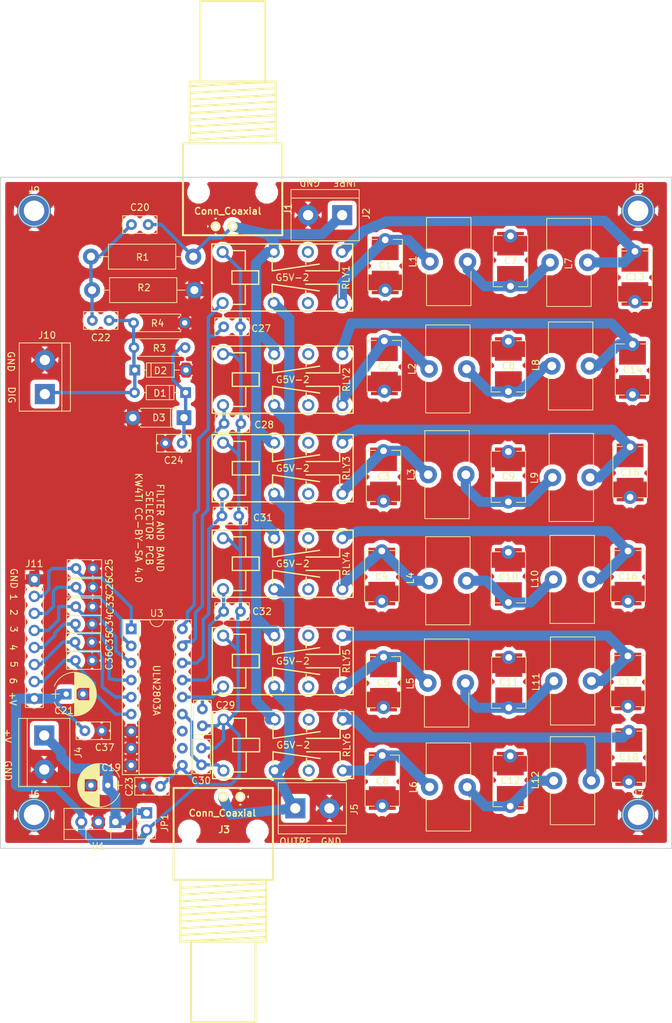
<source format=kicad_pcb>
(kicad_pcb (version 4) (host pcbnew 4.0.7)
  (layers (0 F.Cu signal) (31 B.Cu signal) (34 B.Paste user) (35 F.Paste user) (36 B.SilkS user) (37 F.SilkS user) (38 B.Mask user) (39 F.Mask user) (44 Edge.Cuts user))
  (net 0 "")
  (net 1 "Net-(C1-Pad1)")
  (net 2 "Net-(C2-Pad1)")
  (net 3 GND)
  (net 4 "Net-(C5-Pad1)")
  (net 5 "Net-(C6-Pad1)")
  (net 6 "Net-(C9-Pad1)")
  (net 7 "Net-(C10-Pad1)")
  (net 8 "Net-(C11-Pad1)")
  (net 9 "Net-(C12-Pad1)")
  (net 10 "Net-(J3-Pad1)")
  (net 11 "Net-(C27-Pad1)")
  (net 12 "Net-(C28-Pad1)")
  (net 13 "Net-(C29-Pad1)")
  (net 14 "Net-(C30-Pad1)")
  (net 15 "Net-(C31-Pad1)")
  (net 16 "Net-(C32-Pad1)")
  (net 17 "Net-(C3-Pad1)")
  (net 18 "Net-(C4-Pad1)")
  (net 19 "Net-(C7-Pad1)")
  (net 20 "Net-(C8-Pad1)")
  (net 21 "Net-(C13-Pad1)")
  (net 22 "Net-(C14-Pad1)")
  (net 23 "Net-(C15-Pad1)")
  (net 24 "Net-(C16-Pad1)")
  (net 25 "Net-(C17-Pad1)")
  (net 26 "Net-(C18-Pad1)")
  (net 27 "Net-(C19-Pad1)")
  (net 28 "Net-(C20-Pad1)")
  (net 29 +12V)
  (net 30 "Net-(C22-Pad1)")
  (net 31 INRF)
  (net 32 "Net-(C24-Pad1)")
  (net 33 "Net-(C25-Pad1)")
  (net 34 "Net-(C26-Pad1)")
  (net 35 "Net-(C33-Pad1)")
  (net 36 "Net-(C34-Pad1)")
  (net 37 "Net-(C35-Pad1)")
  (net 38 "Net-(C36-Pad1)")
  (module Capacitors_THT:CP_Radial_D6.3mm_P2.50mm (layer F.Cu) (at 49.78908 117.01272)
    (fp_text reference C21 (at -0.33528 2.45872) (layer F.SilkS))
    (fp_text value "100 uF")
    (pad 1 thru_hole rect (at 0 0) (size 1.6 1.6) (drill 0.8) (layers *.Cu *.Mask) (net 29 +12V))
    (pad 2 thru_hole circle (at 2.5 0) (size 1.6 1.6) (drill 0.8) (layers *.Cu *.Mask) (net 3 GND))
  )
  (module Inductors_THT:L_Toroid_Vertical_L13.0mm_W6.5mm_P5.60mm (layer F.Cu) (at 122.1486 68.1228 90)
    (fp_text reference L8 (at 0.127 -2.3876 90) (layer F.SilkS))
    (fp_text value L_Small)
    (pad 1 thru_hole circle (at 0 0 90) (size 2.6 2.6) (drill 1.3) (layers *.Cu *.Mask) (net 20 "Net-(C8-Pad1)"))
    (pad 2 thru_hole circle (at 0 5.6 90) (size 2.6 2.6) (drill 1.3) (layers *.Cu *.Mask) (net 22 "Net-(C14-Pad1)"))
  )
  (module Inductors_THT:L_Toroid_Vertical_L13.0mm_W6.5mm_P5.60mm (layer F.Cu) (at 103.6701 115.3668 90)
    (fp_text reference L5 (at -0.0762 -2.6289 270) (layer F.SilkS))
    (fp_text value L_Small)
    (pad 1 thru_hole circle (at 0 0 90) (size 2.6 2.6) (drill 1.3) (layers *.Cu *.Mask) (net 4 "Net-(C5-Pad1)"))
    (pad 2 thru_hole circle (at 0 5.6 90) (size 2.6 2.6) (drill 1.3) (layers *.Cu *.Mask) (net 8 "Net-(C11-Pad1)"))
  )
  (module w_conn_rf:bnc_90_1-1337543-0 (layer F.Cu) (at 74.5871 34.9377 180)
    (fp_text reference J1 (at -8.2804 -9.7917 270) (layer F.SilkS) (effects (font (thickness 0.2))))
    (fp_text value Conn_Coaxial (at 0.72136 -10.1092 180) (layer F.SilkS) (effects (font (thickness 0.2))))
    (pad 1 thru_hole circle (at 0 -12.38 180) (size 1.5 1.5) (drill 0.9) (layers *.Cu *.Mask F.SilkS) (net 31 INRF))
    (pad 2 thru_hole circle (at 2.54 -12.38 180) (size 1.5 1.5) (drill 0.9) (layers *.Cu *.Mask F.SilkS) (net 3 GND))
    (pad "" np_thru_hole circle (at 5.08 -7.3 180) (size 2.1 2.1) (drill 2.1) (layers *.Cu *.Mask F.SilkS))
    (pad "" np_thru_hole circle (at -5.08 -7.3 180) (size 2.1 2.1) (drill 2.1) (layers *.Cu *.Mask F.SilkS))
  )
  (module Connectors_Terminal_Blocks:TerminalBlock_bornier-2_P5.08mm (layer F.Cu) (at 90.9066 45.6438 180)
    (fp_text reference J2 (at -3.59664 0.20066 270) (layer F.SilkS))
    (fp_text value Conn_01x02)
    (pad 1 thru_hole rect (at 0 0 180) (size 3 3) (drill 1.52) (layers *.Cu *.Mask) (net 31 INRF))
    (pad 2 thru_hole circle (at 5.08 0 180) (size 3 3) (drill 1.52) (layers *.Cu *.Mask) (net 3 GND))
  )
  (module w_conn_rf:bnc_90_1-1337543-0 (layer F.Cu) (at 73.1901 144.7038)
    (fp_text reference J3 (at 0.127 -7.493 180) (layer F.SilkS) (effects (font (thickness 0.2))))
    (fp_text value Conn_Coaxial (at -0.127 -9.9568) (layer F.SilkS) (effects (font (thickness 0.2))))
    (pad 1 thru_hole circle (at 0 -12.38) (size 1.5 1.5) (drill 0.9) (layers *.Cu *.Mask F.SilkS) (net 10 "Net-(J3-Pad1)"))
    (pad 2 thru_hole circle (at 2.54 -12.38) (size 1.5 1.5) (drill 0.9) (layers *.Cu *.Mask F.SilkS) (net 3 GND))
    (pad "" np_thru_hole circle (at 5.08 -7.3) (size 2.1 2.1) (drill 2.1) (layers *.Cu *.Mask F.SilkS))
    (pad "" np_thru_hole circle (at -5.08 -7.3) (size 2.1 2.1) (drill 2.1) (layers *.Cu *.Mask F.SilkS))
  )
  (module Connectors_Terminal_Blocks:TerminalBlock_bornier-2_P5.08mm (layer F.Cu) (at 83.9216 134.0358)
    (fp_text reference J5 (at 8.8011 0.1778 90) (layer F.SilkS))
    (fp_text value Conn_01x02)
    (pad 1 thru_hole rect (at 0 0) (size 3 3) (drill 1.52) (layers *.Cu *.Mask) (net 10 "Net-(J3-Pad1)"))
    (pad 2 thru_hole circle (at 5.08 0) (size 3 3) (drill 1.52) (layers *.Cu *.Mask) (net 3 GND))
  )
  (module Connectors:1pin (layer F.Cu) (at 45 135)
    (fp_text reference J6 (at 0 -3.048) (layer F.SilkS))
    (fp_text value Conn_01x01)
    (pad 1 thru_hole circle (at 0 0) (size 5 5) (drill 3.048) (layers *.Cu *.Mask) (net 3 GND))
  )
  (module Connectors:1pin (layer F.Cu) (at 135 135)
    (fp_text reference J7 (at 0 -3.048) (layer F.SilkS))
    (fp_text value Conn_01x01)
    (pad 1 thru_hole circle (at 0 0) (size 5 5) (drill 3.048) (layers *.Cu *.Mask) (net 3 GND))
  )
  (module Connectors:1pin (layer F.Cu) (at 135 45)
    (fp_text reference J8 (at 0.0518 -3.4964) (layer F.SilkS))
    (fp_text value Conn_01x01)
    (pad 1 thru_hole circle (at 0 0) (size 5 5) (drill 3.048) (layers *.Cu *.Mask) (net 3 GND))
  )
  (module Connectors:1pin (layer F.Cu) (at 45 45)
    (fp_text reference J9 (at 0 -3.048) (layer F.SilkS))
    (fp_text value Conn_01x01)
    (pad 1 thru_hole circle (at 0 0) (size 5 5) (drill 3.048) (layers *.Cu *.Mask) (net 3 GND))
  )
  (module Inductors_THT:L_Toroid_Vertical_L13.0mm_W6.5mm_P5.60mm (layer F.Cu) (at 103.8606 100.1268 90)
    (fp_text reference L4 (at 0.381 -2.794 270) (layer F.SilkS))
    (fp_text value L_Small)
    (pad 1 thru_hole circle (at 0 0 90) (size 2.6 2.6) (drill 1.3) (layers *.Cu *.Mask) (net 18 "Net-(C4-Pad1)"))
    (pad 2 thru_hole circle (at 0 5.6 90) (size 2.6 2.6) (drill 1.3) (layers *.Cu *.Mask) (net 7 "Net-(C10-Pad1)"))
  )
  (module Inductors_THT:L_Toroid_Vertical_L13.0mm_W6.5mm_P5.60mm (layer F.Cu) (at 103.9368 130.8608 90)
    (fp_text reference L6 (at -0.0254 -2.4384 90) (layer F.SilkS))
    (fp_text value L_Small)
    (pad 1 thru_hole circle (at 0 0 90) (size 2.6 2.6) (drill 1.3) (layers *.Cu *.Mask) (net 5 "Net-(C6-Pad1)"))
    (pad 2 thru_hole circle (at 0 5.6 90) (size 2.6 2.6) (drill 1.3) (layers *.Cu *.Mask) (net 9 "Net-(C12-Pad1)"))
  )
  (module Inductors_THT:L_Toroid_Vertical_L13.0mm_W6.5mm_P5.60mm (layer F.Cu) (at 121.8946 52.6923 90)
    (fp_text reference L7 (at -0.1651 2.7559 90) (layer F.SilkS))
    (fp_text value L_Small)
    (pad 1 thru_hole circle (at 0 0 90) (size 2.6 2.6) (drill 1.3) (layers *.Cu *.Mask) (net 19 "Net-(C7-Pad1)"))
    (pad 2 thru_hole circle (at 0 5.6 90) (size 2.6 2.6) (drill 1.3) (layers *.Cu *.Mask) (net 21 "Net-(C13-Pad1)"))
  )
  (module Inductors_THT:L_Toroid_Vertical_L13.0mm_W6.5mm_P5.60mm (layer F.Cu) (at 122.2502 84.7344 90)
    (fp_text reference L9 (at -0.0762 -2.6924 90) (layer F.SilkS))
    (fp_text value L_Small)
    (pad 1 thru_hole circle (at 0 0 90) (size 2.6 2.6) (drill 1.3) (layers *.Cu *.Mask) (net 6 "Net-(C9-Pad1)"))
    (pad 2 thru_hole circle (at 0 5.6 90) (size 2.6 2.6) (drill 1.3) (layers *.Cu *.Mask) (net 23 "Net-(C15-Pad1)"))
  )
  (module Inductors_THT:L_Toroid_Vertical_L13.0mm_W6.5mm_P5.60mm (layer F.Cu) (at 122.3772 99.9236 90)
    (fp_text reference L10 (at 0.0508 -2.7686 90) (layer F.SilkS))
    (fp_text value L_Small)
    (pad 1 thru_hole circle (at 0 0 90) (size 2.6 2.6) (drill 1.3) (layers *.Cu *.Mask) (net 7 "Net-(C10-Pad1)"))
    (pad 2 thru_hole circle (at 0 5.6 90) (size 2.6 2.6) (drill 1.3) (layers *.Cu *.Mask) (net 24 "Net-(C16-Pad1)"))
  )
  (module Inductors_THT:L_Toroid_Vertical_L13.0mm_W6.5mm_P5.60mm (layer F.Cu) (at 122.4534 115.062 90)
    (fp_text reference L11 (at -0.127 -2.667 90) (layer F.SilkS))
    (fp_text value L_Small)
    (pad 1 thru_hole circle (at 0 0 90) (size 2.6 2.6) (drill 1.3) (layers *.Cu *.Mask) (net 8 "Net-(C11-Pad1)"))
    (pad 2 thru_hole circle (at 0 5.6 90) (size 2.6 2.6) (drill 1.3) (layers *.Cu *.Mask) (net 25 "Net-(C17-Pad1)"))
  )
  (module Inductors_THT:L_Toroid_Vertical_L13.0mm_W6.5mm_P5.60mm (layer F.Cu) (at 122.428 129.921 90)
    (fp_text reference L12 (at 0.0762 -2.7432 90) (layer F.SilkS))
    (fp_text value L_Small)
    (pad 1 thru_hole circle (at 0 0 90) (size 2.6 2.6) (drill 1.3) (layers *.Cu *.Mask) (net 9 "Net-(C12-Pad1)"))
    (pad 2 thru_hole circle (at 0 5.6 90) (size 2.6 2.6) (drill 1.3) (layers *.Cu *.Mask) (net 26 "Net-(C18-Pad1)"))
  )
  (module FilterD:C_Disc_SMD (layer F.Cu) (at 97.3201 49.3268 270)
    (fp_text reference C1 (at 3.81 0 540) (layer F.SilkS))
    (fp_text value C_Small)
    (pad 1 thru_hole circle (at 0 0 270) (size 2 2) (drill 1) (layers *.Cu *.Mask) (net 1 "Net-(C1-Pad1)"))
    (pad 2 thru_hole circle (at 7.5 0 270) (size 2 2) (drill 1) (layers *.Cu *.Mask) (net 3 GND))
    (pad 1 smd rect (at 1.27 0 270) (size 3.5 4) (layers F.Cu F.Paste F.Mask) (net 1 "Net-(C1-Pad1)"))
    (pad 2 smd rect (at 6.35 0 270) (size 3.5 4) (layers F.Cu F.Paste F.Mask) (net 3 GND))
  )
  (module FilterD:C_Disc_SMD (layer F.Cu) (at 97.1931 64.3763 270)
    (fp_text reference C2 (at 3.81 0 540) (layer F.SilkS))
    (fp_text value C_Small)
    (pad 1 thru_hole circle (at 0 0 270) (size 2 2) (drill 1) (layers *.Cu *.Mask) (net 2 "Net-(C2-Pad1)"))
    (pad 2 thru_hole circle (at 7.5 0 270) (size 2 2) (drill 1) (layers *.Cu *.Mask) (net 3 GND))
    (pad 1 smd rect (at 1.27 0 270) (size 3.5 4) (layers F.Cu F.Paste F.Mask) (net 2 "Net-(C2-Pad1)"))
    (pad 2 smd rect (at 6.35 0 270) (size 3.5 4) (layers F.Cu F.Paste F.Mask) (net 3 GND))
  )
  (module FilterD:C_Disc_SMD (layer F.Cu) (at 97.0661 80.7593 270)
    (fp_text reference C3 (at 3.81 0 540) (layer F.SilkS))
    (fp_text value C_Small)
    (pad 1 thru_hole circle (at 0 0 270) (size 2 2) (drill 1) (layers *.Cu *.Mask) (net 17 "Net-(C3-Pad1)"))
    (pad 2 thru_hole circle (at 7.5 0 270) (size 2 2) (drill 1) (layers *.Cu *.Mask) (net 3 GND))
    (pad 1 smd rect (at 1.27 0 270) (size 3.5 4) (layers F.Cu F.Paste F.Mask) (net 17 "Net-(C3-Pad1)"))
    (pad 2 smd rect (at 6.35 0 270) (size 3.5 4) (layers F.Cu F.Paste F.Mask) (net 3 GND))
  )
  (module FilterD:C_Disc_SMD (layer F.Cu) (at 96.8121 95.6818 270)
    (fp_text reference C4 (at 3.81 0 540) (layer F.SilkS))
    (fp_text value C_Small)
    (pad 1 thru_hole circle (at 0 0 270) (size 2 2) (drill 1) (layers *.Cu *.Mask) (net 18 "Net-(C4-Pad1)"))
    (pad 2 thru_hole circle (at 7.5 0 270) (size 2 2) (drill 1) (layers *.Cu *.Mask) (net 3 GND))
    (pad 1 smd rect (at 1.27 0 270) (size 3.5 4) (layers F.Cu F.Paste F.Mask) (net 18 "Net-(C4-Pad1)"))
    (pad 2 smd rect (at 6.35 0 270) (size 3.5 4) (layers F.Cu F.Paste F.Mask) (net 3 GND))
  )
  (module FilterD:C_Disc_SMD (layer F.Cu) (at 97.0661 111.4933 270)
    (fp_text reference C5 (at 3.81 0 540) (layer F.SilkS))
    (fp_text value C_Small)
    (pad 1 thru_hole circle (at 0 0 270) (size 2 2) (drill 1) (layers *.Cu *.Mask) (net 4 "Net-(C5-Pad1)"))
    (pad 2 thru_hole circle (at 7.5 0 270) (size 2 2) (drill 1) (layers *.Cu *.Mask) (net 3 GND))
    (pad 1 smd rect (at 1.27 0 270) (size 3.5 4) (layers F.Cu F.Paste F.Mask) (net 4 "Net-(C5-Pad1)"))
    (pad 2 smd rect (at 6.35 0 270) (size 3.5 4) (layers F.Cu F.Paste F.Mask) (net 3 GND))
  )
  (module FilterD:C_Disc_SMD (layer F.Cu) (at 96.8756 126.1618 270)
    (fp_text reference C6 (at 3.81 0 540) (layer F.SilkS))
    (fp_text value C_Small)
    (pad 1 thru_hole circle (at 0 0 270) (size 2 2) (drill 1) (layers *.Cu *.Mask) (net 5 "Net-(C6-Pad1)"))
    (pad 2 thru_hole circle (at 7.5 0 270) (size 2 2) (drill 1) (layers *.Cu *.Mask) (net 3 GND))
    (pad 1 smd rect (at 1.27 0 270) (size 3.5 4) (layers F.Cu F.Paste F.Mask) (net 5 "Net-(C6-Pad1)"))
    (pad 2 smd rect (at 6.35 0 270) (size 3.5 4) (layers F.Cu F.Paste F.Mask) (net 3 GND))
  )
  (module FilterD:C_Disc_SMD (layer F.Cu) (at 115.9891 56.2483 90)
    (fp_text reference C7 (at 3.81 0 360) (layer F.SilkS))
    (fp_text value C_Small)
    (pad 1 thru_hole circle (at 0 0 90) (size 2 2) (drill 1) (layers *.Cu *.Mask) (net 19 "Net-(C7-Pad1)"))
    (pad 2 thru_hole circle (at 7.5 0 90) (size 2 2) (drill 1) (layers *.Cu *.Mask) (net 3 GND))
    (pad 1 smd rect (at 1.27 0 90) (size 3.5 4) (layers F.Cu F.Paste F.Mask) (net 19 "Net-(C7-Pad1)"))
    (pad 2 smd rect (at 6.35 0 90) (size 3.5 4) (layers F.Cu F.Paste F.Mask) (net 3 GND))
  )
  (module FilterD:C_Disc_SMD (layer F.Cu) (at 115.6716 71.9328 90)
    (fp_text reference C8 (at 3.81 0 360) (layer F.SilkS))
    (fp_text value C_Small)
    (pad 1 thru_hole circle (at 0 0 90) (size 2 2) (drill 1) (layers *.Cu *.Mask) (net 20 "Net-(C8-Pad1)"))
    (pad 2 thru_hole circle (at 7.5 0 90) (size 2 2) (drill 1) (layers *.Cu *.Mask) (net 3 GND))
    (pad 1 smd rect (at 1.27 0 90) (size 3.5 4) (layers F.Cu F.Paste F.Mask) (net 20 "Net-(C8-Pad1)"))
    (pad 2 smd rect (at 6.35 0 90) (size 3.5 4) (layers F.Cu F.Paste F.Mask) (net 3 GND))
  )
  (module FilterD:C_Disc_SMD (layer F.Cu) (at 115.6716 88.3793 90)
    (fp_text reference C9 (at 3.81 0 360) (layer F.SilkS))
    (fp_text value C_Small)
    (pad 1 thru_hole circle (at 0 0 90) (size 2 2) (drill 1) (layers *.Cu *.Mask) (net 6 "Net-(C9-Pad1)"))
    (pad 2 thru_hole circle (at 7.5 0 90) (size 2 2) (drill 1) (layers *.Cu *.Mask) (net 3 GND))
    (pad 1 smd rect (at 1.27 0 90) (size 3.5 4) (layers F.Cu F.Paste F.Mask) (net 6 "Net-(C9-Pad1)"))
    (pad 2 smd rect (at 6.35 0 90) (size 3.5 4) (layers F.Cu F.Paste F.Mask) (net 3 GND))
  )
  (module FilterD:C_Disc_SMD (layer F.Cu) (at 115.6716 103.3653 90)
    (fp_text reference C10 (at 3.81 0 360) (layer F.SilkS))
    (fp_text value C_Small)
    (pad 1 thru_hole circle (at 0 0 90) (size 2 2) (drill 1) (layers *.Cu *.Mask) (net 7 "Net-(C10-Pad1)"))
    (pad 2 thru_hole circle (at 7.5 0 90) (size 2 2) (drill 1) (layers *.Cu *.Mask) (net 3 GND))
    (pad 1 smd rect (at 1.27 0 90) (size 3.5 4) (layers F.Cu F.Paste F.Mask) (net 7 "Net-(C10-Pad1)"))
    (pad 2 smd rect (at 6.35 0 90) (size 3.5 4) (layers F.Cu F.Paste F.Mask) (net 3 GND))
  )
  (module FilterD:C_Disc_SMD (layer F.Cu) (at 115.7351 119.0498 90)
    (fp_text reference C11 (at 3.81 0 360) (layer F.SilkS))
    (fp_text value C_Small)
    (pad 1 thru_hole circle (at 0 0 90) (size 2 2) (drill 1) (layers *.Cu *.Mask) (net 8 "Net-(C11-Pad1)"))
    (pad 2 thru_hole circle (at 7.5 0 90) (size 2 2) (drill 1) (layers *.Cu *.Mask) (net 3 GND))
    (pad 1 smd rect (at 1.27 0 90) (size 3.5 4) (layers F.Cu F.Paste F.Mask) (net 8 "Net-(C11-Pad1)"))
    (pad 2 smd rect (at 6.35 0 90) (size 3.5 4) (layers F.Cu F.Paste F.Mask) (net 3 GND))
  )
  (module FilterD:C_Disc_SMD (layer F.Cu) (at 115.951 133.731 90)
    (fp_text reference C12 (at 3.81 0 360) (layer F.SilkS))
    (fp_text value C_Small)
    (pad 1 thru_hole circle (at 0 0 90) (size 2 2) (drill 1) (layers *.Cu *.Mask) (net 9 "Net-(C12-Pad1)"))
    (pad 2 thru_hole circle (at 7.5 0 90) (size 2 2) (drill 1) (layers *.Cu *.Mask) (net 3 GND))
    (pad 1 smd rect (at 1.27 0 90) (size 3.5 4) (layers F.Cu F.Paste F.Mask) (net 9 "Net-(C12-Pad1)"))
    (pad 2 smd rect (at 6.35 0 90) (size 3.5 4) (layers F.Cu F.Paste F.Mask) (net 3 GND))
  )
  (module FilterD:C_Disc_SMD (layer F.Cu) (at 134.5311 51.0413 270)
    (fp_text reference C13 (at 3.81 0 540) (layer F.SilkS))
    (fp_text value C_Small)
    (pad 1 thru_hole circle (at 0 0 270) (size 2 2) (drill 1) (layers *.Cu *.Mask) (net 21 "Net-(C13-Pad1)"))
    (pad 2 thru_hole circle (at 7.5 0 270) (size 2 2) (drill 1) (layers *.Cu *.Mask) (net 3 GND))
    (pad 1 smd rect (at 1.27 0 270) (size 3.5 4) (layers F.Cu F.Paste F.Mask) (net 21 "Net-(C13-Pad1)"))
    (pad 2 smd rect (at 6.35 0 270) (size 3.5 4) (layers F.Cu F.Paste F.Mask) (net 3 GND))
  )
  (module FilterD:C_Disc_SMD (layer F.Cu) (at 134.1628 64.897 270)
    (fp_text reference C14 (at 3.81 0 540) (layer F.SilkS))
    (fp_text value C_Small)
    (pad 1 thru_hole circle (at 0 0 270) (size 2 2) (drill 1) (layers *.Cu *.Mask) (net 22 "Net-(C14-Pad1)"))
    (pad 2 thru_hole circle (at 7.5 0 270) (size 2 2) (drill 1) (layers *.Cu *.Mask) (net 3 GND))
    (pad 1 smd rect (at 1.27 0 270) (size 3.5 4) (layers F.Cu F.Paste F.Mask) (net 22 "Net-(C14-Pad1)"))
    (pad 2 smd rect (at 6.35 0 270) (size 3.5 4) (layers F.Cu F.Paste F.Mask) (net 3 GND))
  )
  (module FilterD:C_Disc_SMD (layer F.Cu) (at 133.8072 80.1878 270)
    (fp_text reference C15 (at 3.81 0 540) (layer F.SilkS))
    (fp_text value C_Small)
    (pad 1 thru_hole circle (at 0 0 270) (size 2 2) (drill 1) (layers *.Cu *.Mask) (net 23 "Net-(C15-Pad1)"))
    (pad 2 thru_hole circle (at 7.5 0 270) (size 2 2) (drill 1) (layers *.Cu *.Mask) (net 3 GND))
    (pad 1 smd rect (at 1.27 0 270) (size 3.5 4) (layers F.Cu F.Paste F.Mask) (net 23 "Net-(C15-Pad1)"))
    (pad 2 smd rect (at 6.35 0 270) (size 3.5 4) (layers F.Cu F.Paste F.Mask) (net 3 GND))
  )
  (module FilterD:C_Disc_SMD (layer F.Cu) (at 133.5024 95.6818 270)
    (fp_text reference C16 (at 3.81 0 540) (layer F.SilkS))
    (fp_text value C_Small)
    (pad 1 thru_hole circle (at 0 0 270) (size 2 2) (drill 1) (layers *.Cu *.Mask) (net 24 "Net-(C16-Pad1)"))
    (pad 2 thru_hole circle (at 7.5 0 270) (size 2 2) (drill 1) (layers *.Cu *.Mask) (net 3 GND))
    (pad 1 smd rect (at 1.27 0 270) (size 3.5 4) (layers F.Cu F.Paste F.Mask) (net 24 "Net-(C16-Pad1)"))
    (pad 2 smd rect (at 6.35 0 270) (size 3.5 4) (layers F.Cu F.Paste F.Mask) (net 3 GND))
  )
  (module FilterD:C_Disc_SMD (layer F.Cu) (at 133.477 111.3282 270)
    (fp_text reference C17 (at 3.81 0 540) (layer F.SilkS))
    (fp_text value C_Small)
    (pad 1 thru_hole circle (at 0 0 270) (size 2 2) (drill 1) (layers *.Cu *.Mask) (net 25 "Net-(C17-Pad1)"))
    (pad 2 thru_hole circle (at 7.5 0 270) (size 2 2) (drill 1) (layers *.Cu *.Mask) (net 3 GND))
    (pad 1 smd rect (at 1.27 0 270) (size 3.5 4) (layers F.Cu F.Paste F.Mask) (net 25 "Net-(C17-Pad1)"))
    (pad 2 smd rect (at 6.35 0 270) (size 3.5 4) (layers F.Cu F.Paste F.Mask) (net 3 GND))
  )
  (module FilterD:C_Disc_SMD (layer F.Cu) (at 133.6167 122.5931 270)
    (fp_text reference C18 (at 3.81 0 540) (layer F.SilkS))
    (fp_text value C_Small)
    (pad 1 thru_hole circle (at 0 0 270) (size 2 2) (drill 1) (layers *.Cu *.Mask) (net 26 "Net-(C18-Pad1)"))
    (pad 2 thru_hole circle (at 7.5 0 270) (size 2 2) (drill 1) (layers *.Cu *.Mask) (net 3 GND))
    (pad 1 smd rect (at 1.27 0 270) (size 3.5 4) (layers F.Cu F.Paste F.Mask) (net 26 "Net-(C18-Pad1)"))
    (pad 2 smd rect (at 6.35 0 270) (size 3.5 4) (layers F.Cu F.Paste F.Mask) (net 3 GND))
  )
  (module Inductors_THT:L_Toroid_Vertical_L13.0mm_W6.5mm_P5.60mm (layer F.Cu) (at 103.9876 52.5653 90)
    (fp_text reference L1 (at 0 -2.55 90) (layer F.SilkS))
    (fp_text value L_Small)
    (pad 1 thru_hole circle (at 0 0 90) (size 2.6 2.6) (drill 1.3) (layers *.Cu *.Mask) (net 1 "Net-(C1-Pad1)"))
    (pad 2 thru_hole circle (at 0 5.6 90) (size 2.6 2.6) (drill 1.3) (layers *.Cu *.Mask) (net 19 "Net-(C7-Pad1)"))
  )
  (module Inductors_THT:L_Toroid_Vertical_L13.0mm_W6.5mm_P5.60mm (layer F.Cu) (at 103.8606 68.5673 90)
    (fp_text reference L2 (at 0 -2.55 90) (layer F.SilkS))
    (fp_text value L_Small)
    (pad 1 thru_hole circle (at 0 0 90) (size 2.6 2.6) (drill 1.3) (layers *.Cu *.Mask) (net 2 "Net-(C2-Pad1)"))
    (pad 2 thru_hole circle (at 0 5.6 90) (size 2.6 2.6) (drill 1.3) (layers *.Cu *.Mask) (net 20 "Net-(C8-Pad1)"))
  )
  (module Inductors_THT:L_Toroid_Vertical_L13.0mm_W6.5mm_P5.60mm (layer F.Cu) (at 103.7336 84.3153 90)
    (fp_text reference L3 (at 0 -2.55 90) (layer F.SilkS))
    (fp_text value L_Small)
    (pad 1 thru_hole circle (at 0 0 90) (size 2.6 2.6) (drill 1.3) (layers *.Cu *.Mask) (net 17 "Net-(C3-Pad1)"))
    (pad 2 thru_hole circle (at 0 5.6 90) (size 2.6 2.6) (drill 1.3) (layers *.Cu *.Mask) (net 6 "Net-(C9-Pad1)"))
  )
  (module FilterD:G2VRelay (layer F.Cu) (at 75.4761 54.9402)
    (fp_text reference RLY1 (at 16 0 90) (layer F.SilkS))
    (fp_text value DPDTRelay)
    (fp_text user G5V-2 (at 8 0) (layer F.SilkS))
    (pad 2 thru_hole circle (at 5.24 -3.8) (size 1.8 1.8) (drill 1.1) (layers *.Cu *.Mask) (net 31 INRF))
    (pad 4 thru_hole circle (at 15.4 -3.8) (size 1.8 1.8) (drill 1.1) (layers *.Cu *.Mask) (net 21 "Net-(C13-Pad1)"))
    (pad 3 thru_hole circle (at 10.32 -3.8) (size 1.8 1.8) (drill 1.1) (layers *.Cu *.Mask))
    (pad 7 thru_hole circle (at 10.32 3.8) (size 1.8 1.8) (drill 1.1) (layers *.Cu *.Mask))
    (pad 6 thru_hole circle (at 5.24 3.8) (size 1.8 1.8) (drill 1.1) (layers *.Cu *.Mask) (net 10 "Net-(J3-Pad1)"))
    (pad 8 thru_hole circle (at 15.4 3.8) (size 1.8 1.8) (drill 1.1) (layers *.Cu *.Mask) (net 1 "Net-(C1-Pad1)"))
    (pad 1 thru_hole circle (at -2.38 -3.8) (size 1.8 1.8) (drill 1.1) (layers *.Cu *.Mask) (net 29 +12V))
    (pad 5 thru_hole circle (at -2.38 3.8) (size 1.8 1.8) (drill 1.1) (layers *.Cu *.Mask) (net 11 "Net-(C27-Pad1)"))
  )
  (module FilterD:G2VRelay (layer F.Cu) (at 75.5396 70.1548)
    (fp_text reference RLY2 (at 16 0 90) (layer F.SilkS))
    (fp_text value DPDTRelay)
    (fp_text user G5V-2 (at 8 0) (layer F.SilkS))
    (pad 2 thru_hole circle (at 5.24 -3.8) (size 1.8 1.8) (drill 1.1) (layers *.Cu *.Mask) (net 31 INRF))
    (pad 4 thru_hole circle (at 15.4 -3.8) (size 1.8 1.8) (drill 1.1) (layers *.Cu *.Mask) (net 22 "Net-(C14-Pad1)"))
    (pad 3 thru_hole circle (at 10.32 -3.8) (size 1.8 1.8) (drill 1.1) (layers *.Cu *.Mask))
    (pad 7 thru_hole circle (at 10.32 3.8) (size 1.8 1.8) (drill 1.1) (layers *.Cu *.Mask))
    (pad 6 thru_hole circle (at 5.24 3.8) (size 1.8 1.8) (drill 1.1) (layers *.Cu *.Mask) (net 10 "Net-(J3-Pad1)"))
    (pad 8 thru_hole circle (at 15.4 3.8) (size 1.8 1.8) (drill 1.1) (layers *.Cu *.Mask) (net 2 "Net-(C2-Pad1)"))
    (pad 1 thru_hole circle (at -2.38 -3.8) (size 1.8 1.8) (drill 1.1) (layers *.Cu *.Mask) (net 29 +12V))
    (pad 5 thru_hole circle (at -2.38 3.8) (size 1.8 1.8) (drill 1.1) (layers *.Cu *.Mask) (net 12 "Net-(C28-Pad1)"))
  )
  (module FilterD:G2VRelay (layer F.Cu) (at 75.5396 83.3628)
    (fp_text reference RLY3 (at 16 0 90) (layer F.SilkS))
    (fp_text value DPDTRelay)
    (fp_text user G5V-2 (at 8 0) (layer F.SilkS))
    (pad 2 thru_hole circle (at 5.24 -3.8) (size 1.8 1.8) (drill 1.1) (layers *.Cu *.Mask) (net 31 INRF))
    (pad 4 thru_hole circle (at 15.4 -3.8) (size 1.8 1.8) (drill 1.1) (layers *.Cu *.Mask) (net 23 "Net-(C15-Pad1)"))
    (pad 3 thru_hole circle (at 10.32 -3.8) (size 1.8 1.8) (drill 1.1) (layers *.Cu *.Mask))
    (pad 7 thru_hole circle (at 10.32 3.8) (size 1.8 1.8) (drill 1.1) (layers *.Cu *.Mask))
    (pad 6 thru_hole circle (at 5.24 3.8) (size 1.8 1.8) (drill 1.1) (layers *.Cu *.Mask) (net 10 "Net-(J3-Pad1)"))
    (pad 8 thru_hole circle (at 15.4 3.8) (size 1.8 1.8) (drill 1.1) (layers *.Cu *.Mask) (net 17 "Net-(C3-Pad1)"))
    (pad 1 thru_hole circle (at -2.38 -3.8) (size 1.8 1.8) (drill 1.1) (layers *.Cu *.Mask) (net 29 +12V))
    (pad 5 thru_hole circle (at -2.38 3.8) (size 1.8 1.8) (drill 1.1) (layers *.Cu *.Mask) (net 15 "Net-(C31-Pad1)"))
  )
  (module FilterD:G2VRelay (layer F.Cu) (at 75.5396 97.5868)
    (fp_text reference RLY4 (at 16 0 90) (layer F.SilkS))
    (fp_text value DPDTRelay)
    (fp_text user G5V-2 (at 8 0) (layer F.SilkS))
    (pad 2 thru_hole circle (at 5.24 -3.8) (size 1.8 1.8) (drill 1.1) (layers *.Cu *.Mask) (net 31 INRF))
    (pad 4 thru_hole circle (at 15.4 -3.8) (size 1.8 1.8) (drill 1.1) (layers *.Cu *.Mask) (net 24 "Net-(C16-Pad1)"))
    (pad 3 thru_hole circle (at 10.32 -3.8) (size 1.8 1.8) (drill 1.1) (layers *.Cu *.Mask))
    (pad 7 thru_hole circle (at 10.32 3.8) (size 1.8 1.8) (drill 1.1) (layers *.Cu *.Mask))
    (pad 6 thru_hole circle (at 5.24 3.8) (size 1.8 1.8) (drill 1.1) (layers *.Cu *.Mask) (net 10 "Net-(J3-Pad1)"))
    (pad 8 thru_hole circle (at 15.4 3.8) (size 1.8 1.8) (drill 1.1) (layers *.Cu *.Mask) (net 18 "Net-(C4-Pad1)"))
    (pad 1 thru_hole circle (at -2.38 -3.8) (size 1.8 1.8) (drill 1.1) (layers *.Cu *.Mask) (net 29 +12V))
    (pad 5 thru_hole circle (at -2.38 3.8) (size 1.8 1.8) (drill 1.1) (layers *.Cu *.Mask) (net 16 "Net-(C32-Pad1)"))
  )
  (module FilterD:G2VRelay (layer F.Cu) (at 75.54976 112.09528)
    (fp_text reference RLY5 (at 16 0 90) (layer F.SilkS))
    (fp_text value DPDTRelay)
    (fp_text user G5V-2 (at 8 0) (layer F.SilkS))
    (pad 2 thru_hole circle (at 5.24 -3.8) (size 1.8 1.8) (drill 1.1) (layers *.Cu *.Mask) (net 31 INRF))
    (pad 4 thru_hole circle (at 15.4 -3.8) (size 1.8 1.8) (drill 1.1) (layers *.Cu *.Mask) (net 25 "Net-(C17-Pad1)"))
    (pad 3 thru_hole circle (at 10.32 -3.8) (size 1.8 1.8) (drill 1.1) (layers *.Cu *.Mask))
    (pad 7 thru_hole circle (at 10.32 3.8) (size 1.8 1.8) (drill 1.1) (layers *.Cu *.Mask))
    (pad 6 thru_hole circle (at 5.24 3.8) (size 1.8 1.8) (drill 1.1) (layers *.Cu *.Mask) (net 10 "Net-(J3-Pad1)"))
    (pad 8 thru_hole circle (at 15.4 3.8) (size 1.8 1.8) (drill 1.1) (layers *.Cu *.Mask) (net 4 "Net-(C5-Pad1)"))
    (pad 1 thru_hole circle (at -2.38 -3.8) (size 1.8 1.8) (drill 1.1) (layers *.Cu *.Mask) (net 29 +12V))
    (pad 5 thru_hole circle (at -2.38 3.8) (size 1.8 1.8) (drill 1.1) (layers *.Cu *.Mask) (net 13 "Net-(C29-Pad1)"))
  )
  (module FilterD:G2VRelay (layer F.Cu) (at 75.60564 124.6124)
    (fp_text reference RLY6 (at 16 0 90) (layer F.SilkS))
    (fp_text value DPDTRelay)
    (fp_text user G5V-2 (at 8 0) (layer F.SilkS))
    (pad 2 thru_hole circle (at 5.24 -3.8) (size 1.8 1.8) (drill 1.1) (layers *.Cu *.Mask) (net 31 INRF))
    (pad 4 thru_hole circle (at 15.4 -3.8) (size 1.8 1.8) (drill 1.1) (layers *.Cu *.Mask) (net 26 "Net-(C18-Pad1)"))
    (pad 3 thru_hole circle (at 10.32 -3.8) (size 1.8 1.8) (drill 1.1) (layers *.Cu *.Mask))
    (pad 7 thru_hole circle (at 10.32 3.8) (size 1.8 1.8) (drill 1.1) (layers *.Cu *.Mask))
    (pad 6 thru_hole circle (at 5.24 3.8) (size 1.8 1.8) (drill 1.1) (layers *.Cu *.Mask) (net 10 "Net-(J3-Pad1)"))
    (pad 8 thru_hole circle (at 15.4 3.8) (size 1.8 1.8) (drill 1.1) (layers *.Cu *.Mask) (net 5 "Net-(C6-Pad1)"))
    (pad 1 thru_hole circle (at -2.38 -3.8) (size 1.8 1.8) (drill 1.1) (layers *.Cu *.Mask) (net 29 +12V))
    (pad 5 thru_hole circle (at -2.38 3.8) (size 1.8 1.8) (drill 1.1) (layers *.Cu *.Mask) (net 14 "Net-(C30-Pad1)"))
  )
  (module Capacitors_THT:CP_Radial_D6.3mm_P2.50mm (layer F.Cu) (at 55.9816 130.6068 180)
    (fp_text reference C19 (at -0.51308 2.6416 180) (layer F.SilkS))
    (fp_text value "10 uF")
    (pad 1 thru_hole rect (at 0 0 180) (size 1.6 1.6) (drill 0.8) (layers *.Cu *.Mask) (net 27 "Net-(C19-Pad1)"))
    (pad 2 thru_hole circle (at 2.5 0 180) (size 1.6 1.6) (drill 0.8) (layers *.Cu *.Mask) (net 3 GND))
  )
  (module Connectors_Terminal_Blocks:TerminalBlock_bornier-2_P5.08mm (layer F.Cu) (at 46.5201 123.1773 270)
    (fp_text reference J4 (at 2.54 -5.08 270) (layer F.SilkS))
    (fp_text value Conn_01x02)
    (pad 1 thru_hole rect (at 0 0 270) (size 3 3) (drill 1.52) (layers *.Cu *.Mask) (net 27 "Net-(C19-Pad1)"))
    (pad 2 thru_hole circle (at 5.08 0 270) (size 3 3) (drill 1.52) (layers *.Cu *.Mask) (net 3 GND))
  )
  (module Pin_Headers:Pin_Header_Straight_1x02_Pitch2.54mm (layer F.Cu) (at 61.7601 134.7216)
    (fp_text reference JP1 (at 2.7051 1.4859 90) (layer F.SilkS))
    (fp_text value Jumper_NO_Small)
    (pad 1 thru_hole rect (at 0 0) (size 1.7 1.7) (drill 1) (layers *.Cu *.Mask) (net 27 "Net-(C19-Pad1)"))
    (pad 2 thru_hole oval (at 0 2.54) (size 1.7 1.7) (drill 1) (layers *.Cu *.Mask) (net 29 +12V))
  )
  (module TO_SOT_Packages_THT:TO-220-3_Vertical (layer F.Cu) (at 57.1246 136.0678 180)
    (fp_text reference U1 (at 2.54 -3.62 180) (layer F.SilkS))
    (fp_text value LM7812_TO220)
    (pad 1 thru_hole rect (at 0 0 180) (size 1.8 1.8) (drill 1) (layers *.Cu *.Mask) (net 27 "Net-(C19-Pad1)"))
    (pad 2 thru_hole oval (at 2.54 0 180) (size 1.8 1.8) (drill 1) (layers *.Cu *.Mask) (net 3 GND))
    (pad 3 thru_hole oval (at 5.08 0 180) (size 1.8 1.8) (drill 1) (layers *.Cu *.Mask) (net 29 +12V))
  )
  (module Housings_DIP:DIP-18_W7.62mm_Socket (layer F.Cu) (at 59.4741 107.3023)
    (fp_text reference U3 (at 3.81 -2.33) (layer F.SilkS))
    (fp_text value ULN2803A)
    (pad 1 thru_hole rect (at 0 0) (size 1.6 1.6) (drill 0.8) (layers *.Cu *.Mask) (net 33 "Net-(C25-Pad1)"))
    (pad 10 thru_hole oval (at 7.62 20.32) (size 1.6 1.6) (drill 0.8) (layers *.Cu *.Mask) (net 29 +12V))
    (pad 2 thru_hole oval (at 0 2.54) (size 1.6 1.6) (drill 0.8) (layers *.Cu *.Mask) (net 34 "Net-(C26-Pad1)"))
    (pad 11 thru_hole oval (at 7.62 17.78) (size 1.6 1.6) (drill 0.8) (layers *.Cu *.Mask))
    (pad 3 thru_hole oval (at 0 5.08) (size 1.6 1.6) (drill 0.8) (layers *.Cu *.Mask) (net 35 "Net-(C33-Pad1)"))
    (pad 12 thru_hole oval (at 7.62 15.24) (size 1.6 1.6) (drill 0.8) (layers *.Cu *.Mask))
    (pad 4 thru_hole oval (at 0 7.62) (size 1.6 1.6) (drill 0.8) (layers *.Cu *.Mask) (net 36 "Net-(C34-Pad1)"))
    (pad 13 thru_hole oval (at 7.62 12.7) (size 1.6 1.6) (drill 0.8) (layers *.Cu *.Mask) (net 14 "Net-(C30-Pad1)"))
    (pad 5 thru_hole oval (at 0 10.16) (size 1.6 1.6) (drill 0.8) (layers *.Cu *.Mask) (net 37 "Net-(C35-Pad1)"))
    (pad 14 thru_hole oval (at 7.62 10.16) (size 1.6 1.6) (drill 0.8) (layers *.Cu *.Mask) (net 13 "Net-(C29-Pad1)"))
    (pad 6 thru_hole oval (at 0 12.7) (size 1.6 1.6) (drill 0.8) (layers *.Cu *.Mask) (net 38 "Net-(C36-Pad1)"))
    (pad 15 thru_hole oval (at 7.62 7.62) (size 1.6 1.6) (drill 0.8) (layers *.Cu *.Mask) (net 16 "Net-(C32-Pad1)"))
    (pad 7 thru_hole oval (at 0 15.24) (size 1.6 1.6) (drill 0.8) (layers *.Cu *.Mask) (net 3 GND))
    (pad 16 thru_hole oval (at 7.62 5.08) (size 1.6 1.6) (drill 0.8) (layers *.Cu *.Mask) (net 15 "Net-(C31-Pad1)"))
    (pad 8 thru_hole oval (at 0 17.78) (size 1.6 1.6) (drill 0.8) (layers *.Cu *.Mask) (net 3 GND))
    (pad 17 thru_hole oval (at 7.62 2.54) (size 1.6 1.6) (drill 0.8) (layers *.Cu *.Mask) (net 12 "Net-(C28-Pad1)"))
    (pad 9 thru_hole oval (at 0 20.32) (size 1.6 1.6) (drill 0.8) (layers *.Cu *.Mask) (net 3 GND))
    (pad 18 thru_hole oval (at 7.62 0) (size 1.6 1.6) (drill 0.8) (layers *.Cu *.Mask) (net 11 "Net-(C27-Pad1)"))
  )
  (module Capacitors_THT:C_Disc_D5.0mm_W2.5mm_P2.50mm (layer F.Cu) (at 63.8175 130.7592 180)
    (fp_text reference C23 (at 4.6482 -0.0762 270) (layer F.SilkS))
    (fp_text value "100 nF")
    (pad 1 thru_hole circle (at 0 0 180) (size 1.6 1.6) (drill 0.8) (layers *.Cu *.Mask) (net 29 +12V))
    (pad 2 thru_hole circle (at 2.5 0 180) (size 1.6 1.6) (drill 0.8) (layers *.Cu *.Mask) (net 3 GND))
  )
  (module Capacitors_THT:C_Disc_D5.0mm_W2.5mm_P2.50mm (layer F.Cu) (at 73.2536 62.2808)
    (fp_text reference C27 (at 5.588 0.254) (layer F.SilkS))
    (fp_text value C)
    (pad 1 thru_hole circle (at 0 0) (size 1.6 1.6) (drill 0.8) (layers *.Cu *.Mask) (net 11 "Net-(C27-Pad1)"))
    (pad 2 thru_hole circle (at 2.5 0) (size 1.6 1.6) (drill 0.8) (layers *.Cu *.Mask) (net 29 +12V))
  )
  (module Capacitors_THT:C_Disc_D5.0mm_W2.5mm_P2.50mm (layer F.Cu) (at 73.3171 76.6953)
    (fp_text reference C28 (at 5.969 0.1905) (layer F.SilkS))
    (fp_text value C)
    (pad 1 thru_hole circle (at 0 0) (size 1.6 1.6) (drill 0.8) (layers *.Cu *.Mask) (net 12 "Net-(C28-Pad1)"))
    (pad 2 thru_hole circle (at 2.5 0) (size 1.6 1.6) (drill 0.8) (layers *.Cu *.Mask) (net 29 +12V))
  )
  (module Capacitors_THT:C_Disc_D5.0mm_W2.5mm_P2.50mm (layer F.Cu) (at 70.0786 119.2403 270)
    (fp_text reference C29 (at -0.5715 -3.429 360) (layer F.SilkS))
    (fp_text value C)
    (pad 1 thru_hole circle (at 0 0 270) (size 1.6 1.6) (drill 0.8) (layers *.Cu *.Mask) (net 13 "Net-(C29-Pad1)"))
    (pad 2 thru_hole circle (at 2.5 0 270) (size 1.6 1.6) (drill 0.8) (layers *.Cu *.Mask) (net 29 +12V))
  )
  (module Capacitors_THT:C_Disc_D5.0mm_W2.5mm_P2.50mm (layer F.Cu) (at 69.9516 127.5588 90)
    (fp_text reference C30 (at -2.3495 -0.0635 180) (layer F.SilkS))
    (fp_text value C)
    (pad 1 thru_hole circle (at 0 0 90) (size 1.6 1.6) (drill 0.8) (layers *.Cu *.Mask) (net 14 "Net-(C30-Pad1)"))
    (pad 2 thru_hole circle (at 2.5 0 90) (size 1.6 1.6) (drill 0.8) (layers *.Cu *.Mask) (net 29 +12V))
  )
  (module Capacitors_THT:C_Disc_D5.0mm_W2.5mm_P2.50mm (layer F.Cu) (at 72.9996 90.4748)
    (fp_text reference C31 (at 6.096 0.254) (layer F.SilkS))
    (fp_text value C)
    (pad 1 thru_hole circle (at 0 0) (size 1.6 1.6) (drill 0.8) (layers *.Cu *.Mask) (net 15 "Net-(C31-Pad1)"))
    (pad 2 thru_hole circle (at 2.5 0) (size 1.6 1.6) (drill 0.8) (layers *.Cu *.Mask) (net 29 +12V))
  )
  (module Capacitors_THT:C_Disc_D5.0mm_W2.5mm_P2.50mm (layer F.Cu) (at 73.2536 104.6988)
    (fp_text reference C32 (at 5.715 0 180) (layer F.SilkS))
    (fp_text value C)
    (pad 1 thru_hole circle (at 0 0) (size 1.6 1.6) (drill 0.8) (layers *.Cu *.Mask) (net 16 "Net-(C32-Pad1)"))
    (pad 2 thru_hole circle (at 2.5 0) (size 1.6 1.6) (drill 0.8) (layers *.Cu *.Mask) (net 29 +12V))
  )
  (module Capacitors_THT:C_Disc_D5.0mm_W2.5mm_P2.50mm (layer F.Cu) (at 59.5122 47.05096)
    (fp_text reference C20 (at 1.25 -2.56) (layer F.SilkS))
    (fp_text value "10 pF")
    (pad 1 thru_hole circle (at 0 0) (size 1.6 1.6) (drill 0.8) (layers *.Cu *.Mask) (net 28 "Net-(C20-Pad1)"))
    (pad 2 thru_hole circle (at 2.5 0) (size 1.6 1.6) (drill 0.8) (layers *.Cu *.Mask) (net 31 INRF))
  )
  (module Capacitors_THT:C_Disc_D5.0mm_W2.5mm_P2.50mm (layer F.Cu) (at 56.1848 61.341 180)
    (fp_text reference C22 (at 1.25 -2.56 180) (layer F.SilkS))
    (fp_text value "100 nF")
    (pad 1 thru_hole circle (at 0 0 180) (size 1.6 1.6) (drill 0.8) (layers *.Cu *.Mask) (net 30 "Net-(C22-Pad1)"))
    (pad 2 thru_hole circle (at 2.5 0 180) (size 1.6 1.6) (drill 0.8) (layers *.Cu *.Mask) (net 28 "Net-(C20-Pad1)"))
  )
  (module Capacitors_THT:C_Disc_D5.0mm_W2.5mm_P2.50mm (layer F.Cu) (at 67.056 79.629 180)
    (fp_text reference C24 (at 1.25 -2.56 180) (layer F.SilkS))
    (fp_text value "100 nF")
    (pad 1 thru_hole circle (at 0 0 180) (size 1.6 1.6) (drill 0.8) (layers *.Cu *.Mask) (net 32 "Net-(C24-Pad1)"))
    (pad 2 thru_hole circle (at 2.5 0 180) (size 1.6 1.6) (drill 0.8) (layers *.Cu *.Mask) (net 3 GND))
  )
  (module Diodes_THT:D_DO-35_SOD27_P7.62mm_Horizontal (layer F.Cu) (at 67.58686 72.0852 180)
    (fp_text reference D1 (at 3.8227 -0.0889 180) (layer F.SilkS))
    (fp_text value D)
    (pad 1 thru_hole rect (at 0 0 180) (size 1.6 1.6) (drill 0.8) (layers *.Cu *.Mask) (net 32 "Net-(C24-Pad1)"))
    (pad 2 thru_hole oval (at 7.62 0 180) (size 1.6 1.6) (drill 0.8) (layers *.Cu *.Mask) (net 30 "Net-(C22-Pad1)"))
  )
  (module Diodes_THT:D_DO-35_SOD27_P7.62mm_Horizontal (layer F.Cu) (at 60.01512 68.7324)
    (fp_text reference D2 (at 3.8227 0.0889) (layer F.SilkS))
    (fp_text value D)
    (pad 1 thru_hole rect (at 0 0) (size 1.6 1.6) (drill 0.8) (layers *.Cu *.Mask) (net 30 "Net-(C22-Pad1)"))
    (pad 2 thru_hole oval (at 7.62 0) (size 1.6 1.6) (drill 0.8) (layers *.Cu *.Mask) (net 3 GND))
  )
  (module Connectors_Terminal_Blocks:TerminalBlock_bornier-2_P5.08mm (layer F.Cu) (at 46.60392 72.30872 90)
    (fp_text reference J10 (at 8.77316 0.33528 180) (layer F.SilkS))
    (fp_text value Conn_01x02)
    (pad 1 thru_hole rect (at 0 0 90) (size 3 3) (drill 1.52) (layers *.Cu *.Mask) (net 30 "Net-(C22-Pad1)"))
    (pad 2 thru_hole circle (at 5.08 0 90) (size 3 3) (drill 1.52) (layers *.Cu *.Mask) (net 3 GND))
  )
  (module Pin_Headers:Pin_Header_Straight_1x08_Pitch2.54mm (layer F.Cu) (at 45.03928 99.91344)
    (fp_text reference J11 (at 0 -2.33) (layer F.SilkS))
    (fp_text value Conn_01x08)
    (pad 1 thru_hole rect (at 0 0) (size 1.7 1.7) (drill 1) (layers *.Cu *.Mask) (net 3 GND))
    (pad 2 thru_hole oval (at 0 2.54) (size 1.7 1.7) (drill 1) (layers *.Cu *.Mask) (net 33 "Net-(C25-Pad1)"))
    (pad 3 thru_hole oval (at 0 5.08) (size 1.7 1.7) (drill 1) (layers *.Cu *.Mask) (net 34 "Net-(C26-Pad1)"))
    (pad 4 thru_hole oval (at 0 7.62) (size 1.7 1.7) (drill 1) (layers *.Cu *.Mask) (net 35 "Net-(C33-Pad1)"))
    (pad 5 thru_hole oval (at 0 10.16) (size 1.7 1.7) (drill 1) (layers *.Cu *.Mask) (net 36 "Net-(C34-Pad1)"))
    (pad 6 thru_hole oval (at 0 12.7) (size 1.7 1.7) (drill 1) (layers *.Cu *.Mask) (net 37 "Net-(C35-Pad1)"))
    (pad 7 thru_hole oval (at 0 15.24) (size 1.7 1.7) (drill 1) (layers *.Cu *.Mask) (net 38 "Net-(C36-Pad1)"))
    (pad 8 thru_hole oval (at 0 17.78) (size 1.7 1.7) (drill 1) (layers *.Cu *.Mask) (net 29 +12V))
  )
  (module Resistors_THT:R_Axial_DIN0411_L9.9mm_D3.6mm_P15.24mm_Horizontal (layer F.Cu) (at 68.7197 51.8287 180)
    (fp_text reference R1 (at 7.5565 -0.0889 180) (layer F.SilkS))
    (fp_text value 56k)
    (pad 1 thru_hole circle (at 0 0 180) (size 2.4 2.4) (drill 1.2) (layers *.Cu *.Mask) (net 31 INRF))
    (pad 2 thru_hole oval (at 15.24 0 180) (size 2.4 2.4) (drill 1.2) (layers *.Cu *.Mask) (net 28 "Net-(C20-Pad1)"))
  )
  (module Resistors_THT:R_Axial_DIN0411_L9.9mm_D3.6mm_P15.24mm_Horizontal (layer F.Cu) (at 53.6448 56.8198)
    (fp_text reference R2 (at 7.7343 -0.3556) (layer F.SilkS))
    (fp_text value 10k)
    (pad 1 thru_hole circle (at 0 0) (size 2.4 2.4) (drill 1.2) (layers *.Cu *.Mask) (net 28 "Net-(C20-Pad1)"))
    (pad 2 thru_hole oval (at 15.24 0) (size 2.4 2.4) (drill 1.2) (layers *.Cu *.Mask) (net 3 GND))
  )
  (module Diodes_THT:D_DO-41_SOD81_P7.62mm_Horizontal (layer F.Cu) (at 67.3354 75.82916 180)
    (fp_text reference D3 (at 3.7338 0 180) (layer F.SilkS))
    (fp_text value 1N4733A)
    (pad 1 thru_hole rect (at 0 0 180) (size 2.2 2.2) (drill 1.1) (layers *.Cu *.Mask) (net 32 "Net-(C24-Pad1)"))
    (pad 2 thru_hole oval (at 7.62 0 180) (size 2.2 2.2) (drill 1.1) (layers *.Cu *.Mask) (net 3 GND))
  )
  (module Resistors_THT:R_Axial_DIN0207_L6.3mm_D2.5mm_P7.62mm_Horizontal (layer F.Cu) (at 67.50304 65.3796 180)
    (fp_text reference R3 (at 3.8227 -0.0889 180) (layer F.SilkS))
    (fp_text value 100k)
    (pad 1 thru_hole circle (at 0 0 180) (size 1.6 1.6) (drill 0.8) (layers *.Cu *.Mask) (net 32 "Net-(C24-Pad1)"))
    (pad 2 thru_hole oval (at 7.62 0 180) (size 1.6 1.6) (drill 0.8) (layers *.Cu *.Mask) (net 30 "Net-(C22-Pad1)"))
  )
  (module Resistors_THT:R_Axial_DIN0207_L6.3mm_D2.5mm_P7.62mm_Horizontal (layer F.Cu) (at 59.8297 61.6966)
    (fp_text reference R4 (at 3.5687 0.0635) (layer F.SilkS))
    (fp_text value 100k)
    (pad 1 thru_hole circle (at 0 0) (size 1.6 1.6) (drill 0.8) (layers *.Cu *.Mask) (net 30 "Net-(C22-Pad1)"))
    (pad 2 thru_hole oval (at 7.62 0) (size 1.6 1.6) (drill 0.8) (layers *.Cu *.Mask) (net 3 GND))
  )
  (module Capacitors_THT:C_Disc_D5.0mm_W2.5mm_P2.50mm (layer F.Cu) (at 51.2572 98.298)
    (fp_text reference C25 (at 4.9276 0 90) (layer F.SilkS))
    (fp_text value C)
    (pad 1 thru_hole circle (at 0 0) (size 1.6 1.6) (drill 0.8) (layers *.Cu *.Mask) (net 33 "Net-(C25-Pad1)"))
    (pad 2 thru_hole circle (at 2.5 0) (size 1.6 1.6) (drill 0.8) (layers *.Cu *.Mask) (net 3 GND))
  )
  (module Capacitors_THT:C_Disc_D5.0mm_W2.5mm_P2.50mm (layer F.Cu) (at 51.2572 101.092)
    (fp_text reference C26 (at 4.9784 -0.0508 90) (layer F.SilkS))
    (fp_text value C)
    (pad 1 thru_hole circle (at 0 0) (size 1.6 1.6) (drill 0.8) (layers *.Cu *.Mask) (net 34 "Net-(C26-Pad1)"))
    (pad 2 thru_hole circle (at 2.5 0) (size 1.6 1.6) (drill 0.8) (layers *.Cu *.Mask) (net 3 GND))
  )
  (module Capacitors_THT:C_Disc_D5.0mm_W2.5mm_P2.50mm (layer F.Cu) (at 51.2064 103.9876)
    (fp_text reference C33 (at 5.1308 -0.254 90) (layer F.SilkS))
    (fp_text value C)
    (pad 1 thru_hole circle (at 0 0) (size 1.6 1.6) (drill 0.8) (layers *.Cu *.Mask) (net 35 "Net-(C33-Pad1)"))
    (pad 2 thru_hole circle (at 2.5 0) (size 1.6 1.6) (drill 0.8) (layers *.Cu *.Mask) (net 3 GND))
  )
  (module Capacitors_THT:C_Disc_D5.0mm_W2.5mm_P2.50mm (layer F.Cu) (at 51.1556 106.5784)
    (fp_text reference C34 (at 5.08 -0.0508 90) (layer F.SilkS))
    (fp_text value C)
    (pad 1 thru_hole circle (at 0 0) (size 1.6 1.6) (drill 0.8) (layers *.Cu *.Mask) (net 36 "Net-(C34-Pad1)"))
    (pad 2 thru_hole circle (at 2.5 0) (size 1.6 1.6) (drill 0.8) (layers *.Cu *.Mask) (net 3 GND))
  )
  (module Capacitors_THT:C_Disc_D5.0mm_W2.5mm_P2.50mm (layer F.Cu) (at 51.1048 109.2708)
    (fp_text reference C35 (at 5.1308 -0.0508 90) (layer F.SilkS))
    (fp_text value C)
    (pad 1 thru_hole circle (at 0 0) (size 1.6 1.6) (drill 0.8) (layers *.Cu *.Mask) (net 37 "Net-(C35-Pad1)"))
    (pad 2 thru_hole circle (at 2.5 0) (size 1.6 1.6) (drill 0.8) (layers *.Cu *.Mask) (net 3 GND))
  )
  (module Capacitors_THT:C_Disc_D5.0mm_W2.5mm_P2.50mm (layer F.Cu) (at 51.1556 112.014)
    (fp_text reference C36 (at 5.0292 0 90) (layer F.SilkS))
    (fp_text value C)
    (pad 1 thru_hole circle (at 0 0) (size 1.6 1.6) (drill 0.8) (layers *.Cu *.Mask) (net 38 "Net-(C36-Pad1)"))
    (pad 2 thru_hole circle (at 2.5 0) (size 1.6 1.6) (drill 0.8) (layers *.Cu *.Mask) (net 3 GND))
  )
  (module Capacitors_THT:C_Disc_D5.0mm_W2.5mm_P2.50mm (layer F.Cu) (at 52.578 122.4788)
    (fp_text reference C37 (at 2.9464 2.4892 180) (layer F.SilkS))
    (fp_text value "100 nF")
    (pad 1 thru_hole circle (at 0 0) (size 1.6 1.6) (drill 0.8) (layers *.Cu *.Mask) (net 29 +12V))
    (pad 2 thru_hole circle (at 2.5 0) (size 1.6 1.6) (drill 0.8) (layers *.Cu *.Mask) (net 3 GND))
  )
  (gr_text +V (at 41.0464 123.2408 270) (layer F.SilkS) (effects (font (size 1 1))))
  (gr_text GND (at 41.0972 128.4224 270) (layer F.SilkS) (effects (font (size 1 1))))
  (gr_text GND (at 86.0806 40.8178 180) (layer F.SilkS) (effects (font (size 1 1))))
  (gr_text INRF (at 91.2876 40.8178 180) (layer F.SilkS) (effects (font (size 1 1))))
  (gr_text GND (at 89.2556 138.9888) (layer F.SilkS) (effects (font (size 1 1))))
  (gr_text OUTRF (at 83.9216 138.9888) (layer F.SilkS) (effects (font (size 1 1))))
  (gr_text "FILTER AND BAND\nSELECTOR PCB\nKW4TI CC-BY-SA 4.0" (at 62.1792 92.2528 270) (layer F.SilkS) (effects (font (size 1 1))))
  (gr_text ULN2803A (at 63.23076 116.459 270) (layer F.SilkS) (effects (font (size 1 1))))
  (gr_text DIG (at 41.656 72.4408 270) (layer F.SilkS) (effects (font (size 1 1))))
  (gr_text GND (at 41.5544 67.4624 270) (layer F.SilkS) (effects (font (size 1 1))))
  (gr_text +V (at 41.8338 117.6909 270) (layer F.SilkS) (effects (font (size 1 1))))
  (gr_text 6 (at 41.88206 115.05692 270) (layer F.SilkS) (effects (font (size 1 1))))
  (gr_text 5 (at 41.99382 112.57026 270) (layer F.SilkS) (effects (font (size 1 1))))
  (gr_text 4 (at 41.91 110.05566 270) (layer F.SilkS) (effects (font (size 1 1))))
  (gr_text 3 (at 41.96588 107.34548 270) (layer F.SilkS) (effects (font (size 1 1))))
  (gr_text 2 (at 41.96588 104.83088 270) (layer F.SilkS) (effects (font (size 1 1))))
  (gr_text 1 (at 41.9481 102.5652 270) (layer F.SilkS) (effects (font (size 1 1))))
  (gr_text GND (at 41.9862 99.7839 270) (layer F.SilkS) (effects (font (size 1 1))))
  (gr_line (start 40 140) (end 40 40) (angle 90) (layer Edge.Cuts) (width 0.15))
  (gr_line (start 140 140) (end 40 140) (angle 90) (layer Edge.Cuts) (width 0.15))
  (gr_line (start 140 40) (end 140 140) (angle 90) (layer Edge.Cuts) (width 0.15))
  (gr_line (start 40 40) (end 140 40) (angle 90) (layer Edge.Cuts) (width 0.15))
  (segment (start 90.8761 58.7402) (end 90.8761 55.7708) (width 1.5) (layer B.Cu) (net 1))
  (segment (start 90.8761 55.7708) (end 97.3201 49.3268) (width 1.5) (layer B.Cu) (net 1))
  (segment (start 97.3201 49.3268) (end 100.7491 49.3268) (width 1.5) (layer B.Cu) (net 1))
  (segment (start 100.7491 49.3268) (end 103.9876 52.5653) (width 1.5) (layer B.Cu) (net 1))
  (segment (start 90.9396 73.9548) (end 90.9396 73.0682) (width 1.5) (layer B.Cu) (net 2))
  (segment (start 90.9396 73.0682) (end 97.1931 64.3763) (width 1.5) (layer B.Cu) (net 2))
  (segment (start 97.1931 64.3763) (end 99.6696 64.3763) (width 1.5) (layer B.Cu) (net 2))
  (segment (start 99.6696 64.3763) (end 103.8606 68.5673) (width 1.5) (layer B.Cu) (net 2))
  (segment (start 134.7939 45) (end 135 45) (width 0.5) (layer B.Cu) (net 3))
  (segment (start 133.4262 129.921) (end 133.6294 130.1242) (width 1.5) (layer B.Cu) (net 3))
  (segment (start 133.6294 129.8956) (end 133.6294 130.1242) (width 1.5) (layer B.Cu) (net 3))
  (segment (start 90.94976 115.89528) (end 90.49764 116.44124) (width 1.5) (layer B.Cu) (net 4))
  (segment (start 90.49764 116.44124) (end 97.0661 111.4933) (width 1.5) (layer B.Cu) (net 4))
  (segment (start 97.0661 111.4933) (end 99.7966 111.4933) (width 1.5) (layer B.Cu) (net 4))
  (segment (start 99.7966 111.4933) (end 103.6701 115.3668) (width 1.5) (layer B.Cu) (net 4))
  (segment (start 91.00564 128.4124) (end 94.625 128.4124) (width 1.5) (layer B.Cu) (net 5))
  (segment (start 94.625 128.4124) (end 96.8756 126.1618) (width 1.5) (layer B.Cu) (net 5))
  (segment (start 96.8756 126.1618) (end 99.2378 126.1618) (width 1.5) (layer B.Cu) (net 5))
  (segment (start 99.2378 126.1618) (end 103.9368 130.8608) (width 1.5) (layer B.Cu) (net 5))
  (segment (start 109.3336 84.3153) (end 109.3336 86.245) (width 1.5) (layer B.Cu) (net 6))
  (segment (start 111.4679 88.3793) (end 115.6716 88.3793) (width 1.5) (layer B.Cu) (net 6))
  (segment (start 109.3336 86.245) (end 111.4679 88.3793) (width 1.5) (layer B.Cu) (net 6))
  (segment (start 115.6716 88.3793) (end 118.6053 88.3793) (width 1.5) (layer B.Cu) (net 6))
  (segment (start 118.6053 88.3793) (end 122.2502 84.7344) (width 1.5) (layer B.Cu) (net 6))
  (segment (start 109.4606 100.1268) (end 112.4331 100.1268) (width 1.5) (layer B.Cu) (net 7))
  (segment (start 112.4331 100.1268) (end 115.6716 103.3653) (width 1.5) (layer B.Cu) (net 7))
  (segment (start 115.6716 103.3653) (end 118.9355 103.3653) (width 1.5) (layer B.Cu) (net 7))
  (segment (start 118.9355 103.3653) (end 122.3772 99.9236) (width 1.5) (layer B.Cu) (net 7))
  (segment (start 109.2701 115.3668) (end 109.2701 117.3473) (width 1.5) (layer B.Cu) (net 8))
  (segment (start 110.9726 119.0498) (end 115.7351 119.0498) (width 1.5) (layer B.Cu) (net 8))
  (segment (start 109.2701 117.3473) (end 110.9726 119.0498) (width 1.5) (layer B.Cu) (net 8))
  (segment (start 115.7351 119.0498) (end 118.4656 119.0498) (width 1.5) (layer B.Cu) (net 8))
  (segment (start 118.4656 119.0498) (end 122.4534 115.062) (width 1.5) (layer B.Cu) (net 8))
  (segment (start 109.5368 130.8608) (end 109.5368 131.0252) (width 1.5) (layer B.Cu) (net 9))
  (segment (start 109.5368 131.0252) (end 112.2426 133.731) (width 1.5) (layer B.Cu) (net 9))
  (segment (start 112.2426 133.731) (end 115.951 133.731) (width 1.5) (layer B.Cu) (net 9))
  (segment (start 122.428 129.921) (end 119.761 129.921) (width 1.5) (layer B.Cu) (net 9))
  (segment (start 119.761 129.921) (end 115.951 133.731) (width 1.5) (layer B.Cu) (net 9))
  (segment (start 83.0326 76.6572) (end 83.0326 61.0567) (width 1.5) (layer B.Cu) (net 10))
  (segment (start 83.0326 61.0567) (end 80.7161 58.7402) (width 1.5) (layer B.Cu) (net 10))
  (segment (start 80.84564 128.4124) (end 83.44914 133.56334) (width 1.5) (layer B.Cu) (net 10))
  (segment (start 83.44914 133.56334) (end 83.9216 134.0358) (width 1.5) (layer B.Cu) (net 10))
  (segment (start 73.1901 132.3238) (end 73.1901 132.5118) (width 1.5) (layer B.Cu) (net 10))
  (segment (start 73.1901 132.5118) (end 74.26452 134.9502) (width 1.5) (layer B.Cu) (net 10))
  (segment (start 74.26452 134.9502) (end 83.9216 134.0358) (width 1.5) (layer B.Cu) (net 10))
  (segment (start 80.78976 115.89528) (end 80.78976 116.55296) (width 1.5) (layer B.Cu) (net 10))
  (segment (start 80.78976 116.55296) (end 83.0326 118.7958) (width 1.5) (layer B.Cu) (net 10))
  (segment (start 80.7796 101.3868) (end 81.3081 101.3868) (width 1.5) (layer B.Cu) (net 10))
  (segment (start 81.3081 101.3868) (end 83.0326 103.1113) (width 1.5) (layer B.Cu) (net 10))
  (segment (start 80.7796 87.1628) (end 80.7796 87.5233) (width 1.5) (layer B.Cu) (net 10))
  (segment (start 80.7796 87.5233) (end 83.0326 89.7763) (width 1.5) (layer B.Cu) (net 10))
  (segment (start 80.84564 128.4124) (end 81.4805 128.4124) (width 1.5) (layer B.Cu) (net 10))
  (segment (start 81.4805 128.4124) (end 83.0326 126.8603) (width 1.5) (layer B.Cu) (net 10))
  (segment (start 83.0326 76.6572) (end 80.7796 74.4042) (width 1.5) (layer B.Cu) (net 10))
  (segment (start 83.0326 126.8603) (end 83.0326 118.7958) (width 1.5) (layer B.Cu) (net 10))
  (segment (start 83.0326 118.7958) (end 83.0326 103.1113) (width 1.5) (layer B.Cu) (net 10))
  (segment (start 83.0326 103.1113) (end 83.0326 89.7763) (width 1.5) (layer B.Cu) (net 10))
  (segment (start 83.0326 89.7763) (end 83.0326 76.6572) (width 1.5) (layer B.Cu) (net 10))
  (segment (start 80.7796 74.4042) (end 80.7796 73.9548) (width 1.5) (layer B.Cu) (net 10))
  (segment (start 80.78976 115.89528) (end 80.91154 115.89528) (width 1.5) (layer B.Cu) (net 10))
  (segment (start 80.84564 128.4124) (end 80.90424 128.26) (width 1.5) (layer B.Cu) (net 10))
  (segment (start 80.78976 115.89528) (end 80.78976 116.44628) (width 1.5) (layer B.Cu) (net 10))
  (segment (start 80.7796 101.3868) (end 81.2954 101.3868) (width 1.5) (layer B.Cu) (net 10))
  (segment (start 80.7796 87.1628) (end 80.7796 87.9424) (width 1.5) (layer B.Cu) (net 10))
  (segment (start 70.9676 63.6524) (end 70.9676 60.8687) (width 0.5) (layer B.Cu) (net 11))
  (segment (start 70.9676 60.8687) (end 73.0961 58.7402) (width 0.5) (layer B.Cu) (net 11))
  (segment (start 70.9676 63.6524) (end 71.882 63.6524) (width 0.5) (layer B.Cu) (net 11))
  (segment (start 70.9676 77.5208) (end 70.9676 63.6524) (width 0.5) (layer B.Cu) (net 11))
  (segment (start 69.5071 78.9813) (end 70.9676 77.5208) (width 0.5) (layer B.Cu) (net 11))
  (segment (start 69.5071 89.5223) (end 69.5071 78.9813) (width 0.5) (layer B.Cu) (net 11))
  (segment (start 68.8721 90.1573) (end 69.5071 89.5223) (width 0.5) (layer B.Cu) (net 11))
  (segment (start 68.8721 103.7463) (end 68.8721 90.1573) (width 0.5) (layer B.Cu) (net 11))
  (segment (start 67.8561 104.7623) (end 68.8721 103.7463) (width 0.5) (layer B.Cu) (net 11))
  (segment (start 67.8561 106.0323) (end 67.8561 104.7623) (width 0.5) (layer B.Cu) (net 11))
  (segment (start 67.0941 106.7943) (end 67.8561 106.0323) (width 0.5) (layer B.Cu) (net 11))
  (segment (start 71.882 63.6524) (end 73.2536 62.2808) (width 0.5) (layer B.Cu) (net 11))
  (segment (start 67.0941 107.3023) (end 67.0941 106.7943) (width 0.5) (layer B.Cu) (net 11))
  (segment (start 73.3171 76.6953) (end 73.3171 74.1123) (width 0.5) (layer B.Cu) (net 12))
  (segment (start 67.3608 109.22) (end 68.5673 109.22) (width 0.5) (layer B.Cu) (net 12))
  (segment (start 68.5673 109.22) (end 69.0626 108.7247) (width 0.5) (layer B.Cu) (net 12))
  (segment (start 69.0626 108.7247) (end 69.0626 104.8893) (width 0.5) (layer B.Cu) (net 12))
  (segment (start 69.0626 104.8893) (end 70.0786 103.8733) (width 0.5) (layer B.Cu) (net 12))
  (segment (start 70.0786 103.8733) (end 70.0786 90.4113) (width 0.5) (layer B.Cu) (net 12))
  (segment (start 70.0786 90.4113) (end 70.9041 89.5858) (width 0.5) (layer B.Cu) (net 12))
  (segment (start 70.9041 89.5858) (end 70.9041 79.1083) (width 0.5) (layer B.Cu) (net 12))
  (segment (start 70.9041 79.1083) (end 73.3171 76.6953) (width 0.5) (layer B.Cu) (net 12))
  (segment (start 73.3171 74.1123) (end 73.1596 73.9548) (width 0.5) (layer B.Cu) (net 12))
  (segment (start 70.3961 117.4623) (end 71.60274 117.4623) (width 0.5) (layer B.Cu) (net 13))
  (segment (start 71.60274 117.4623) (end 73.16976 115.89528) (width 0.5) (layer B.Cu) (net 13))
  (segment (start 70.0786 119.2403) (end 70.0786 117.7798) (width 0.5) (layer B.Cu) (net 13))
  (segment (start 67.0941 117.4623) (end 70.3961 117.4623) (width 0.5) (layer B.Cu) (net 13))
  (segment (start 70.0786 117.7798) (end 70.3961 117.4623) (width 0.5) (layer B.Cu) (net 13))
  (segment (start 69.9516 127.5588) (end 72.37204 127.5588) (width 0.5) (layer B.Cu) (net 14))
  (segment (start 72.37204 127.5588) (end 73.22564 128.4124) (width 0.5) (layer B.Cu) (net 14))
  (segment (start 67.2846 120.0023) (end 68.4911 121.2088) (width 0.5) (layer B.Cu) (net 14))
  (segment (start 68.4911 126.0983) (end 69.9516 127.5588) (width 0.5) (layer B.Cu) (net 14))
  (segment (start 68.4911 121.2088) (end 68.4911 126.0983) (width 0.5) (layer B.Cu) (net 14))
  (segment (start 67.0941 120.0023) (end 67.2846 120.0023) (width 0.5) (layer B.Cu) (net 14))
  (segment (start 67.0941 112.3823) (end 69.2531 112.3823) (width 0.5) (layer B.Cu) (net 15))
  (segment (start 69.2531 112.3823) (end 70.2056 111.4298) (width 0.5) (layer B.Cu) (net 15))
  (segment (start 70.2056 111.4298) (end 70.2056 105.9053) (width 0.5) (layer B.Cu) (net 15))
  (segment (start 70.2056 105.9053) (end 71.0311 105.0798) (width 0.5) (layer B.Cu) (net 15))
  (segment (start 71.0311 105.0798) (end 71.0311 92.4433) (width 0.5) (layer B.Cu) (net 15))
  (segment (start 71.0311 92.4433) (end 72.9996 90.4748) (width 0.5) (layer B.Cu) (net 15))
  (segment (start 72.9996 90.4748) (end 72.9996 87.3228) (width 0.5) (layer B.Cu) (net 15))
  (segment (start 72.9996 87.3228) (end 73.1596 87.1628) (width 0.5) (layer B.Cu) (net 15))
  (segment (start 67.0941 114.9223) (end 70.5231 114.9223) (width 0.5) (layer B.Cu) (net 16))
  (segment (start 70.5231 114.9223) (end 71.1581 114.2873) (width 0.5) (layer B.Cu) (net 16))
  (segment (start 71.1581 114.2873) (end 71.1581 106.7943) (width 0.5) (layer B.Cu) (net 16))
  (segment (start 71.1581 106.7943) (end 73.2536 104.6988) (width 0.5) (layer B.Cu) (net 16))
  (segment (start 73.2536 104.6988) (end 73.2536 101.4808) (width 0.5) (layer B.Cu) (net 16))
  (segment (start 73.2536 101.4808) (end 73.1596 101.3868) (width 0.5) (layer B.Cu) (net 16))
  (segment (start 97.0661 80.7593) (end 100.1776 80.7593) (width 1.5) (layer B.Cu) (net 17))
  (segment (start 100.1776 80.7593) (end 103.7336 84.3153) (width 1.5) (layer B.Cu) (net 17))
  (segment (start 90.9396 87.1628) (end 91.1174 86.708) (width 1.5) (layer B.Cu) (net 17))
  (segment (start 91.1174 86.708) (end 97.0661 80.7593) (width 1.5) (layer B.Cu) (net 17))
  (segment (start 91.0336 100.6348) (end 96.8121 95.6818) (width 1.5) (layer B.Cu) (net 18))
  (segment (start 103.8606 100.1268) (end 101.2571 100.1268) (width 1.5) (layer B.Cu) (net 18))
  (segment (start 101.2571 100.1268) (end 96.8121 95.6818) (width 1.5) (layer B.Cu) (net 18))
  (segment (start 109.5876 52.5653) (end 109.5876 53.7076) (width 1.5) (layer B.Cu) (net 19))
  (segment (start 109.5876 53.7076) (end 112.1283 56.2483) (width 1.5) (layer B.Cu) (net 19))
  (segment (start 112.1283 56.2483) (end 115.9891 56.2483) (width 1.5) (layer B.Cu) (net 19))
  (segment (start 115.9891 56.2483) (end 118.3386 56.2483) (width 1.5) (layer B.Cu) (net 19))
  (segment (start 118.3386 56.2483) (end 121.8946 52.6923) (width 1.5) (layer B.Cu) (net 19))
  (segment (start 115.6716 71.9328) (end 117.3734 71.9328) (width 1.5) (layer B.Cu) (net 20))
  (segment (start 117.3734 71.9328) (end 121.1834 68.1228) (width 1.5) (layer B.Cu) (net 20))
  (segment (start 121.1834 68.1228) (end 122.1486 68.1228) (width 1.5) (layer B.Cu) (net 20))
  (segment (start 109.4606 68.5673) (end 109.4606 68.6174) (width 1.5) (layer B.Cu) (net 20))
  (segment (start 109.4606 68.6174) (end 112.776 71.9328) (width 1.5) (layer B.Cu) (net 20))
  (segment (start 112.776 71.9328) (end 115.6716 71.9328) (width 1.5) (layer B.Cu) (net 20))
  (segment (start 127.4946 52.6923) (end 132.8801 52.6923) (width 1.5) (layer B.Cu) (net 21))
  (segment (start 132.8801 52.6923) (end 134.5311 51.0413) (width 1.5) (layer B.Cu) (net 21))
  (segment (start 90.8761 51.1402) (end 93.99016 48.02886) (width 1.5) (layer B.Cu) (net 21))
  (segment (start 129.9718 46.482) (end 134.5311 51.0413) (width 1.5) (layer B.Cu) (net 21))
  (segment (start 97.56648 46.54804) (end 129.9718 46.482) (width 1.5) (layer B.Cu) (net 21))
  (segment (start 93.99016 48.02886) (end 97.56648 46.54804) (width 1.5) (layer B.Cu) (net 21))
  (segment (start 90.9396 66.3548) (end 90.9396 65.5244) (width 1.5) (layer B.Cu) (net 22))
  (segment (start 90.9396 65.5244) (end 92.2528 61.7728) (width 1.5) (layer B.Cu) (net 22))
  (segment (start 92.2528 61.7728) (end 131.0386 61.7728) (width 1.5) (layer B.Cu) (net 22))
  (segment (start 131.0386 61.7728) (end 134.1628 64.897) (width 1.5) (layer B.Cu) (net 22))
  (segment (start 127.7486 68.1228) (end 128.905 68.1228) (width 1.5) (layer B.Cu) (net 22))
  (segment (start 128.905 68.1228) (end 132.1308 64.897) (width 1.5) (layer B.Cu) (net 22))
  (segment (start 132.1308 64.897) (end 134.1628 64.897) (width 1.5) (layer B.Cu) (net 22))
  (segment (start 127.8502 84.7344) (end 129.2606 84.7344) (width 1.5) (layer B.Cu) (net 23))
  (segment (start 129.2606 84.7344) (end 133.8072 80.1878) (width 1.5) (layer B.Cu) (net 23))
  (segment (start 90.9396 79.5628) (end 90.9396 78.707) (width 1.5) (layer B.Cu) (net 23))
  (segment (start 90.9396 78.707) (end 93.2434 77.597) (width 1.5) (layer B.Cu) (net 23))
  (segment (start 93.2434 77.597) (end 131.2164 77.597) (width 1.5) (layer B.Cu) (net 23))
  (segment (start 131.2164 77.597) (end 133.8072 80.1878) (width 1.5) (layer B.Cu) (net 23))
  (segment (start 127.9772 99.9236) (end 129.2606 99.9236) (width 1.5) (layer B.Cu) (net 24))
  (segment (start 129.2606 99.9236) (end 133.5024 95.6818) (width 1.5) (layer B.Cu) (net 24))
  (segment (start 90.9396 93.7868) (end 90.9396 93.566) (width 1.5) (layer B.Cu) (net 24))
  (segment (start 90.9396 93.566) (end 93.2688 92.7354) (width 1.5) (layer B.Cu) (net 24))
  (segment (start 93.2688 92.7354) (end 130.556 92.7354) (width 1.5) (layer B.Cu) (net 24))
  (segment (start 130.556 92.7354) (end 133.5024 95.6818) (width 1.5) (layer B.Cu) (net 24))
  (segment (start 90.94976 108.29528) (end 130.44408 108.29528) (width 1.5) (layer B.Cu) (net 25))
  (segment (start 130.44408 108.29528) (end 133.477 111.3282) (width 1.5) (layer B.Cu) (net 25))
  (segment (start 128.0534 115.062) (end 129.7432 115.062) (width 1.5) (layer B.Cu) (net 25))
  (segment (start 129.7432 115.062) (end 133.477 111.3282) (width 1.5) (layer B.Cu) (net 25))
  (segment (start 128.028 129.921) (end 128.028 124.3831) (width 1.5) (layer B.Cu) (net 26))
  (segment (start 128.028 124.3831) (end 127.127 123.4821) (width 1.5) (layer B.Cu) (net 26))
  (segment (start 91.00564 120.8124) (end 92.6311 120.8124) (width 1.5) (layer B.Cu) (net 26))
  (segment (start 132.7277 123.4821) (end 133.6167 122.5931) (width 1.5) (layer B.Cu) (net 26))
  (segment (start 95.3008 123.4821) (end 127.127 123.4821) (width 1.5) (layer B.Cu) (net 26))
  (segment (start 127.127 123.4821) (end 132.7277 123.4821) (width 1.5) (layer B.Cu) (net 26))
  (segment (start 92.6311 120.8124) (end 95.3008 123.4821) (width 1.5) (layer B.Cu) (net 26))
  (segment (start 91.00564 120.8124) (end 91.00564 120.0582) (width 1.5) (layer B.Cu) (net 26))
  (segment (start 91.00564 120.0582) (end 91.5162 120.53316) (width 1.5) (layer B.Cu) (net 26))
  (segment (start 55.9816 130.6068) (end 55.9816 128.3716) (width 1.5) (layer B.Cu) (net 27))
  (segment (start 49.022 125.6792) (end 46.5201 123.1773) (width 1.5) (layer B.Cu) (net 27))
  (segment (start 49.022 126.3396) (end 49.022 125.6792) (width 1.5) (layer B.Cu) (net 27))
  (segment (start 50.8 128.1176) (end 49.022 126.3396) (width 1.5) (layer B.Cu) (net 27))
  (segment (start 55.7276 128.1176) (end 50.8 128.1176) (width 1.5) (layer B.Cu) (net 27))
  (segment (start 55.9816 128.3716) (end 55.7276 128.1176) (width 1.5) (layer B.Cu) (net 27))
  (segment (start 57.1246 136.0678) (end 58.5216 136.0678) (width 1) (layer B.Cu) (net 27))
  (segment (start 60.1091 134.4803) (end 61.7601 134.7216) (width 1) (layer B.Cu) (net 27))
  (segment (start 58.5216 136.0678) (end 60.1091 134.4803) (width 1) (layer B.Cu) (net 27))
  (segment (start 55.9816 130.6068) (end 55.9816 131.1148) (width 1.5) (layer B.Cu) (net 27))
  (segment (start 55.9816 131.1148) (end 57.1246 132.2578) (width 1.5) (layer B.Cu) (net 27))
  (segment (start 57.1246 132.2578) (end 57.1246 136.0678) (width 1.5) (layer B.Cu) (net 27))
  (segment (start 53.6448 56.8198) (end 53.6448 61.301) (width 0.5) (layer B.Cu) (net 28))
  (segment (start 53.6448 61.301) (end 53.6848 61.341) (width 0.5) (layer B.Cu) (net 28))
  (segment (start 53.4797 51.8287) (end 53.4797 56.6547) (width 0.5) (layer B.Cu) (net 28))
  (segment (start 53.4797 56.6547) (end 53.6448 56.8198) (width 0.5) (layer B.Cu) (net 28))
  (segment (start 53.4797 51.8287) (end 54.73446 51.8287) (width 0.5) (layer B.Cu) (net 28))
  (segment (start 54.73446 51.8287) (end 59.5122 47.05096) (width 0.5) (layer B.Cu) (net 28))
  (segment (start 45.03928 117.69344) (end 47.79264 117.69344) (width 0.5) (layer B.Cu) (net 29))
  (segment (start 47.79264 117.69344) (end 52.578 122.4788) (width 0.5) (layer B.Cu) (net 29))
  (segment (start 49.78908 117.01272) (end 48.83912 117.01272) (width 1.5) (layer B.Cu) (net 29))
  (segment (start 48.1584 117.69344) (end 45.03928 117.69344) (width 1.5) (layer B.Cu) (net 29))
  (segment (start 48.83912 117.01272) (end 48.1584 117.69344) (width 1.5) (layer B.Cu) (net 29))
  (segment (start 42.30751 130.58521) (end 42.30751 117.68709) (width 1.5) (layer B.Cu) (net 29))
  (segment (start 42.30751 117.68709) (end 45.03928 117.69344) (width 1.5) (layer B.Cu) (net 29))
  (segment (start 63.8175 130.7592) (end 63.9572 130.7592) (width 0.5) (layer B.Cu) (net 29))
  (segment (start 63.9572 130.7592) (end 67.0941 127.6223) (width 0.5) (layer B.Cu) (net 29))
  (segment (start 75.7536 62.2808) (end 75.7536 53.7977) (width 0.5) (layer B.Cu) (net 29))
  (segment (start 75.7536 53.7977) (end 73.0961 51.1402) (width 0.5) (layer B.Cu) (net 29))
  (segment (start 75.8171 67.5748) (end 75.8171 62.3443) (width 0.5) (layer B.Cu) (net 29))
  (segment (start 73.1596 66.3548) (end 74.5971 66.3548) (width 0.5) (layer B.Cu) (net 29))
  (segment (start 75.8171 76.6953) (end 75.8171 67.5748) (width 0.5) (layer B.Cu) (net 29))
  (segment (start 74.5971 66.3548) (end 75.8171 67.5748) (width 0.5) (layer B.Cu) (net 29))
  (segment (start 75.4996 81.4178) (end 75.4996 77.0128) (width 0.5) (layer B.Cu) (net 29))
  (segment (start 73.6446 79.5628) (end 75.4996 81.4178) (width 0.5) (layer B.Cu) (net 29))
  (segment (start 75.4996 90.4748) (end 75.4996 81.4178) (width 0.5) (layer B.Cu) (net 29))
  (segment (start 75.7536 95.7053) (end 75.7536 90.7288) (width 0.5) (layer B.Cu) (net 29))
  (segment (start 73.8351 93.7868) (end 75.7536 95.7053) (width 0.5) (layer B.Cu) (net 29))
  (segment (start 75.7536 104.6988) (end 75.7536 95.7053) (width 0.5) (layer B.Cu) (net 29))
  (segment (start 74.031 120.8124) (end 75.4126 119.4308) (width 0.5) (layer B.Cu) (net 29))
  (segment (start 75.4126 119.4308) (end 75.4126 110.53812) (width 0.5) (layer B.Cu) (net 29))
  (segment (start 75.4126 110.53812) (end 75.35044 110.47596) (width 0.5) (layer B.Cu) (net 29))
  (segment (start 75.35044 110.47596) (end 75.35044 105.10196) (width 0.5) (layer B.Cu) (net 29))
  (segment (start 75.35044 110.47596) (end 73.16976 108.29528) (width 0.5) (layer B.Cu) (net 29))
  (segment (start 75.5396 123.12636) (end 73.22564 120.8124) (width 0.5) (layer B.Cu) (net 29))
  (segment (start 69.4436 130.4798) (end 74.3331 130.4798) (width 0.5) (layer B.Cu) (net 29))
  (segment (start 74.3331 130.4798) (end 75.5396 129.2733) (width 0.5) (layer B.Cu) (net 29))
  (segment (start 75.5396 129.2733) (end 75.5396 123.12636) (width 0.5) (layer B.Cu) (net 29))
  (segment (start 69.9516 125.0588) (end 72.0071 125.0588) (width 0.5) (layer B.Cu) (net 29))
  (segment (start 72.0071 125.0588) (end 73.22564 123.84026) (width 0.5) (layer B.Cu) (net 29))
  (segment (start 73.22564 123.84026) (end 73.22564 120.8124) (width 0.5) (layer B.Cu) (net 29))
  (segment (start 70.0786 121.7403) (end 72.29774 121.7403) (width 0.5) (layer B.Cu) (net 29))
  (segment (start 72.29774 121.7403) (end 73.22564 120.8124) (width 0.5) (layer B.Cu) (net 29))
  (segment (start 67.0941 127.6223) (end 67.0941 128.1303) (width 0.5) (layer B.Cu) (net 29))
  (segment (start 67.0941 128.1303) (end 69.4436 130.4798) (width 0.5) (layer B.Cu) (net 29))
  (segment (start 61.7601 137.2616) (end 61.8236 137.2616) (width 0.5) (layer B.Cu) (net 29))
  (segment (start 61.8236 137.2616) (end 69.4436 130.4798) (width 0.5) (layer B.Cu) (net 29))
  (segment (start 52.0446 136.0678) (end 52.0446 134.7978) (width 1) (layer B.Cu) (net 29))
  (segment (start 42.7736 131.0513) (end 42.30751 130.58521) (width 1) (layer B.Cu) (net 29))
  (segment (start 42.30751 130.58521) (end 42.2656 130.5433) (width 1) (layer B.Cu) (net 29))
  (segment (start 48.2981 131.0513) (end 42.7736 131.0513) (width 1) (layer B.Cu) (net 29))
  (segment (start 52.0446 134.7978) (end 48.2981 131.0513) (width 1) (layer B.Cu) (net 29))
  (segment (start 52.0446 136.0678) (end 52.0446 137.3378) (width 1) (layer B.Cu) (net 29))
  (segment (start 60.8711 138.9888) (end 61.7601 137.2616) (width 1) (layer B.Cu) (net 29))
  (segment (start 53.6956 138.9888) (end 60.8711 138.9888) (width 1) (layer B.Cu) (net 29))
  (segment (start 52.0446 137.3378) (end 53.6956 138.9888) (width 1) (layer B.Cu) (net 29))
  (segment (start 75.8171 62.3443) (end 75.7536 62.2808) (width 0.5) (layer B.Cu) (net 29))
  (segment (start 73.1596 79.5628) (end 73.6446 79.5628) (width 0.5) (layer B.Cu) (net 29))
  (segment (start 75.4996 77.0128) (end 75.8171 76.6953) (width 0.5) (layer B.Cu) (net 29))
  (segment (start 73.1596 93.7868) (end 73.8351 93.7868) (width 0.5) (layer B.Cu) (net 29))
  (segment (start 75.7536 90.7288) (end 75.4996 90.4748) (width 0.5) (layer B.Cu) (net 29))
  (segment (start 75.35044 105.10196) (end 75.7536 104.6988) (width 0.5) (layer B.Cu) (net 29))
  (segment (start 73.22564 120.8124) (end 74.031 120.8124) (width 0.5) (layer B.Cu) (net 29))
  (segment (start 73.1596 66.3548) (end 73.9675 66.3548) (width 0.5) (layer B.Cu) (net 29))
  (segment (start 73.1596 79.5628) (end 73.1596 79.0372) (width 0.5) (layer B.Cu) (net 29))
  (segment (start 73.1596 93.7868) (end 73.1596 93.7692) (width 0.5) (layer B.Cu) (net 29))
  (segment (start 73.16976 108.29528) (end 73.16976 107.70618) (width 0.5) (layer B.Cu) (net 29))
  (segment (start 73.0961 51.1402) (end 73.0961 51.722) (width 0.5) (layer B.Cu) (net 29))
  (segment (start 73.32234 120.66) (end 73.22564 120.8124) (width 0.5) (layer B.Cu) (net 29))
  (segment (start 59.96686 72.0852) (end 46.82744 72.0852) (width 0.5) (layer B.Cu) (net 30))
  (segment (start 46.82744 72.0852) (end 46.60392 72.30872) (width 0.5) (layer B.Cu) (net 30))
  (segment (start 60.01512 68.7324) (end 60.01512 72.03694) (width 0.5) (layer B.Cu) (net 30))
  (segment (start 60.01512 72.03694) (end 59.96686 72.0852) (width 0.5) (layer B.Cu) (net 30))
  (segment (start 59.88304 65.3796) (end 59.88304 68.60032) (width 0.5) (layer B.Cu) (net 30))
  (segment (start 59.88304 68.60032) (end 60.01512 68.7324) (width 0.5) (layer B.Cu) (net 30))
  (segment (start 59.8297 61.6966) (end 59.8297 65.32626) (width 0.5) (layer B.Cu) (net 30))
  (segment (start 59.8297 65.32626) (end 59.88304 65.3796) (width 0.5) (layer B.Cu) (net 30))
  (segment (start 56.1848 61.341) (end 59.4741 61.341) (width 0.5) (layer B.Cu) (net 30))
  (segment (start 59.4741 61.341) (end 59.8297 61.6966) (width 0.5) (layer B.Cu) (net 30))
  (segment (start 62.0122 47.05096) (end 63.94196 47.05096) (width 0.5) (layer B.Cu) (net 31))
  (segment (start 63.94196 47.05096) (end 68.7197 51.8287) (width 0.5) (layer B.Cu) (net 31))
  (segment (start 68.7197 51.8287) (end 68.7197 51.4477) (width 0.5) (layer B.Cu) (net 31))
  (segment (start 68.7197 51.4477) (end 71.1327 49.0347) (width 0.5) (layer B.Cu) (net 31))
  (segment (start 71.1327 49.0347) (end 72.8701 49.0347) (width 0.5) (layer B.Cu) (net 31))
  (segment (start 72.8701 49.0347) (end 74.5871 47.3177) (width 0.5) (layer B.Cu) (net 31))
  (segment (start 80.7161 51.1402) (end 80.7161 49.5122) (width 1.5) (layer B.Cu) (net 31))
  (segment (start 80.7161 49.5122) (end 79.6773 48.4734) (width 1.5) (layer B.Cu) (net 31))
  (segment (start 74.5871 47.3177) (end 79.6773 48.4734) (width 1.5) (layer B.Cu) (net 31))
  (segment (start 79.6773 48.4734) (end 87.95762 48.4734) (width 1.5) (layer B.Cu) (net 31))
  (segment (start 87.95762 48.4734) (end 90.9066 45.6438) (width 1.5) (layer B.Cu) (net 31))
  (segment (start 80.7796 66.3548) (end 80.7796 65.3618) (width 1.5) (layer B.Cu) (net 31))
  (segment (start 80.7796 65.3618) (end 78.0796 62.6618) (width 1.5) (layer B.Cu) (net 31))
  (segment (start 80.7796 79.5628) (end 80.3121 79.5628) (width 1.5) (layer B.Cu) (net 31))
  (segment (start 80.3121 79.5628) (end 78.0796 77.3303) (width 1.5) (layer B.Cu) (net 31))
  (segment (start 80.7796 93.7868) (end 80.7796 92.9843) (width 1.5) (layer B.Cu) (net 31))
  (segment (start 80.7796 92.9843) (end 78.0796 90.2843) (width 1.5) (layer B.Cu) (net 31))
  (segment (start 78.0796 105.9053) (end 78.39978 105.9053) (width 1.5) (layer B.Cu) (net 31))
  (segment (start 78.39978 105.9053) (end 80.78976 108.29528) (width 1.5) (layer B.Cu) (net 31))
  (segment (start 80.7161 51.1402) (end 79.7587 51.1402) (width 1.5) (layer B.Cu) (net 31))
  (segment (start 79.7587 51.1402) (end 78.0796 52.8193) (width 1.5) (layer B.Cu) (net 31))
  (segment (start 78.0796 52.8193) (end 78.0796 62.6618) (width 1.5) (layer B.Cu) (net 31))
  (segment (start 78.0796 118.04636) (end 80.84564 120.8124) (width 1.5) (layer B.Cu) (net 31))
  (segment (start 78.0796 62.6618) (end 78.0796 77.3303) (width 1.5) (layer B.Cu) (net 31))
  (segment (start 78.0796 77.3303) (end 78.0796 90.2843) (width 1.5) (layer B.Cu) (net 31))
  (segment (start 78.0796 90.2843) (end 78.0796 105.9053) (width 1.5) (layer B.Cu) (net 31))
  (segment (start 78.0796 105.9053) (end 78.0796 118.04636) (width 1.5) (layer B.Cu) (net 31))
  (segment (start 80.84564 120.8124) (end 80.12414 120.8124) (width 1.5) (layer B.Cu) (net 31))
  (segment (start 80.7796 66.3548) (end 80.7796 66.2254) (width 1.5) (layer B.Cu) (net 31))
  (segment (start 80.7796 79.5628) (end 80.5788 79.5628) (width 1.5) (layer B.Cu) (net 31))
  (segment (start 80.78976 108.29528) (end 80.78976 107.45468) (width 1.5) (layer B.Cu) (net 31))
  (segment (start 67.3354 75.82916) (end 67.3354 79.3496) (width 0.5) (layer B.Cu) (net 32))
  (segment (start 67.3354 79.3496) (end 67.056 79.629) (width 0.5) (layer B.Cu) (net 32))
  (segment (start 67.58686 72.0852) (end 67.58686 75.5777) (width 0.5) (layer B.Cu) (net 32))
  (segment (start 67.58686 75.5777) (end 67.3354 75.82916) (width 0.5) (layer B.Cu) (net 32))
  (segment (start 67.50304 65.3796) (end 66.83248 65.3796) (width 0.5) (layer B.Cu) (net 32))
  (segment (start 66.83248 65.3796) (end 65.71488 66.4972) (width 0.5) (layer B.Cu) (net 32))
  (segment (start 65.71488 66.4972) (end 65.71488 70.21322) (width 0.5) (layer B.Cu) (net 32))
  (segment (start 65.71488 70.21322) (end 67.58686 72.0852) (width 0.5) (layer B.Cu) (net 32))
  (segment (start 51.2572 98.298) (end 51.2572 98.552) (width 0.5) (layer B.Cu) (net 33))
  (segment (start 51.2572 98.552) (end 52.4256 99.7204) (width 0.5) (layer B.Cu) (net 33))
  (segment (start 59.4741 104.0765) (end 59.4741 107.3023) (width 0.5) (layer B.Cu) (net 33))
  (segment (start 55.118 99.7204) (end 59.4741 104.0765) (width 0.5) (layer B.Cu) (net 33))
  (segment (start 52.4256 99.7204) (end 55.118 99.7204) (width 0.5) (layer B.Cu) (net 33))
  (segment (start 45.03928 102.45344) (end 46.18736 102.45344) (width 0.5) (layer B.Cu) (net 33))
  (segment (start 47.7012 98.298) (end 51.2572 98.298) (width 0.5) (layer B.Cu) (net 33))
  (segment (start 47.1932 98.806) (end 47.7012 98.298) (width 0.5) (layer B.Cu) (net 33))
  (segment (start 47.1932 101.4476) (end 47.1932 98.806) (width 0.5) (layer B.Cu) (net 33))
  (segment (start 46.18736 102.45344) (end 47.1932 101.4476) (width 0.5) (layer B.Cu) (net 33))
  (segment (start 51.2572 101.092) (end 51.2572 101.346) (width 0.5) (layer B.Cu) (net 34))
  (segment (start 51.2572 101.346) (end 52.4764 102.5652) (width 0.5) (layer B.Cu) (net 34))
  (segment (start 58.0136 108.3818) (end 59.4741 109.8423) (width 0.5) (layer B.Cu) (net 34))
  (segment (start 58.0136 105.8672) (end 58.0136 108.3818) (width 0.5) (layer B.Cu) (net 34))
  (segment (start 54.7116 102.5652) (end 58.0136 105.8672) (width 0.5) (layer B.Cu) (net 34))
  (segment (start 52.4764 102.5652) (end 54.7116 102.5652) (width 0.5) (layer B.Cu) (net 34))
  (segment (start 45.03928 104.99344) (end 46.84776 104.99344) (width 0.5) (layer B.Cu) (net 34))
  (segment (start 48.4632 101.092) (end 51.2572 101.092) (width 0.5) (layer B.Cu) (net 34))
  (segment (start 47.893202 101.661998) (end 48.4632 101.092) (width 0.5) (layer B.Cu) (net 34))
  (segment (start 47.893202 103.947998) (end 47.893202 101.661998) (width 0.5) (layer B.Cu) (net 34))
  (segment (start 46.84776 104.99344) (end 47.893202 103.947998) (width 0.5) (layer B.Cu) (net 34))
  (segment (start 51.2064 103.9876) (end 51.2064 104.0892) (width 0.5) (layer B.Cu) (net 35))
  (segment (start 51.2064 104.0892) (end 52.4256 105.3084) (width 0.5) (layer B.Cu) (net 35))
  (segment (start 57.2008 110.617) (end 59.4741 112.3823) (width 0.5) (layer B.Cu) (net 35))
  (segment (start 57.2008 108.5596) (end 57.2008 110.617) (width 0.5) (layer B.Cu) (net 35))
  (segment (start 54.4576 105.3084) (end 57.2008 108.5596) (width 0.5) (layer B.Cu) (net 35))
  (segment (start 52.4256 105.3084) (end 54.4576 105.3084) (width 0.5) (layer B.Cu) (net 35))
  (segment (start 45.03928 107.53344) (end 47.10176 107.53344) (width 0.5) (layer B.Cu) (net 35))
  (segment (start 48.7172 103.9876) (end 51.2064 103.9876) (width 0.5) (layer B.Cu) (net 35))
  (segment (start 48.6664 104.0384) (end 48.7172 103.9876) (width 0.5) (layer B.Cu) (net 35))
  (segment (start 48.6664 105.9688) (end 48.6664 104.0384) (width 0.5) (layer B.Cu) (net 35))
  (segment (start 47.10176 107.53344) (end 48.6664 105.9688) (width 0.5) (layer B.Cu) (net 35))
  (segment (start 51.1556 106.5784) (end 51.1556 107.4928) (width 0.5) (layer B.Cu) (net 36))
  (segment (start 57.3151 114.9223) (end 59.4741 114.9223) (width 0.5) (layer B.Cu) (net 36))
  (segment (start 56.1848 114.7064) (end 57.3151 114.9223) (width 0.5) (layer B.Cu) (net 36))
  (segment (start 56.1848 110.2868) (end 56.1848 114.7064) (width 0.5) (layer B.Cu) (net 36))
  (segment (start 54.7624 107.95) (end 56.1848 110.2868) (width 0.5) (layer B.Cu) (net 36))
  (segment (start 51.6128 107.95) (end 54.7624 107.95) (width 0.5) (layer B.Cu) (net 36))
  (segment (start 51.1556 107.4928) (end 51.6128 107.95) (width 0.5) (layer B.Cu) (net 36))
  (segment (start 45.03928 110.07344) (end 46.28896 110.07344) (width 0.5) (layer B.Cu) (net 36))
  (segment (start 49.4284 106.5784) (end 51.1556 106.5784) (width 0.5) (layer B.Cu) (net 36))
  (segment (start 48.1076 107.8992) (end 49.4284 106.5784) (width 0.5) (layer B.Cu) (net 36))
  (segment (start 48.1076 108.2548) (end 48.1076 107.8992) (width 0.5) (layer B.Cu) (net 36))
  (segment (start 46.28896 110.07344) (end 48.1076 108.2548) (width 0.5) (layer B.Cu) (net 36))
  (segment (start 51.1048 109.2708) (end 51.1048 109.7788) (width 0.5) (layer B.Cu) (net 37))
  (segment (start 51.1048 109.7788) (end 51.9176 110.5916) (width 0.5) (layer B.Cu) (net 37))
  (segment (start 57.1627 117.4623) (end 59.4741 117.4623) (width 0.5) (layer B.Cu) (net 37))
  (segment (start 55.1688 115.9764) (end 57.1627 117.4623) (width 0.5) (layer B.Cu) (net 37))
  (segment (start 55.1688 111.7092) (end 55.1688 115.9764) (width 0.5) (layer B.Cu) (net 37))
  (segment (start 54.5592 110.5916) (end 55.1688 111.7092) (width 0.5) (layer B.Cu) (net 37))
  (segment (start 51.9176 110.5916) (end 54.5592 110.5916) (width 0.5) (layer B.Cu) (net 37))
  (segment (start 45.03928 112.61344) (end 45.93336 112.61344) (width 0.5) (layer B.Cu) (net 37))
  (segment (start 49.276 109.2708) (end 51.1048 109.2708) (width 0.5) (layer B.Cu) (net 37))
  (segment (start 45.93336 112.61344) (end 49.276 109.2708) (width 0.5) (layer B.Cu) (net 37))
  (segment (start 51.1556 112.014) (end 51.1556 112.5728) (width 0.5) (layer B.Cu) (net 38))
  (segment (start 51.1556 112.5728) (end 54.0004 115.4176) (width 0.5) (layer B.Cu) (net 38))
  (segment (start 57.1119 120.0023) (end 59.4741 120.0023) (width 0.5) (layer B.Cu) (net 38))
  (segment (start 54.0004 116.8908) (end 57.1119 120.0023) (width 0.5) (layer B.Cu) (net 38))
  (segment (start 54.0004 115.4176) (end 54.0004 116.8908) (width 0.5) (layer B.Cu) (net 38))
  (segment (start 45.03928 115.15344) (end 46.33976 115.15344) (width 0.5) (layer B.Cu) (net 38))
  (segment (start 49.4792 112.014) (end 51.1556 112.014) (width 0.5) (layer B.Cu) (net 38))
  (segment (start 46.33976 115.15344) (end 49.4792 112.014) (width 0.5) (layer B.Cu) (net 38))
  (zone (net 3) (net_name GND) (layer F.Cu) (connect_pads (clearance 0.635)) (min_thickness 0.635) (fill yes (arc_segments 16) (thermal_gap 0.508) (thermal_bridge_width 3))
    (polygon (pts (xy 139.446 139.192) (xy 40.64 139.192) (xy 40.50284 40.1828) (xy 139.30884 40.1828)))
  )
)
</source>
